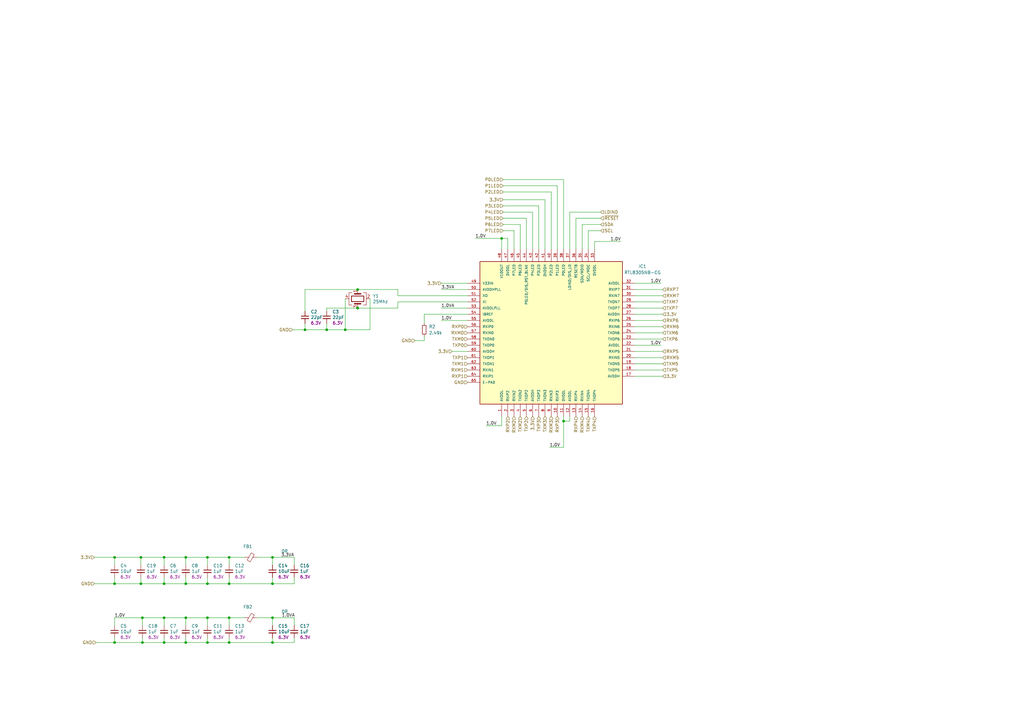
<source format=kicad_sch>
(kicad_sch (version 20230121) (generator eeschema)

  (uuid 19b02352-1e3b-4733-8afe-321d5e4b46f4)

  (paper "A3")

  (lib_symbols
    (symbol "Device:C_Small" (pin_numbers hide) (pin_names (offset 0.254) hide) (in_bom yes) (on_board yes)
      (property "Reference" "C" (at 0.254 1.778 0)
        (effects (font (size 1.27 1.27)) (justify left))
      )
      (property "Value" "C_Small" (at 0.254 -2.032 0)
        (effects (font (size 1.27 1.27)) (justify left))
      )
      (property "Footprint" "" (at 0 0 0)
        (effects (font (size 1.27 1.27)) hide)
      )
      (property "Datasheet" "~" (at 0 0 0)
        (effects (font (size 1.27 1.27)) hide)
      )
      (property "ki_keywords" "capacitor cap" (at 0 0 0)
        (effects (font (size 1.27 1.27)) hide)
      )
      (property "ki_description" "Unpolarized capacitor, small symbol" (at 0 0 0)
        (effects (font (size 1.27 1.27)) hide)
      )
      (property "ki_fp_filters" "C_*" (at 0 0 0)
        (effects (font (size 1.27 1.27)) hide)
      )
      (symbol "C_Small_0_1"
        (polyline
          (pts
            (xy -1.524 -0.508)
            (xy 1.524 -0.508)
          )
          (stroke (width 0.3302) (type default))
          (fill (type none))
        )
        (polyline
          (pts
            (xy -1.524 0.508)
            (xy 1.524 0.508)
          )
          (stroke (width 0.3048) (type default))
          (fill (type none))
        )
      )
      (symbol "C_Small_1_1"
        (pin passive line (at 0 2.54 270) (length 2.032)
          (name "~" (effects (font (size 1.27 1.27))))
          (number "1" (effects (font (size 1.27 1.27))))
        )
        (pin passive line (at 0 -2.54 90) (length 2.032)
          (name "~" (effects (font (size 1.27 1.27))))
          (number "2" (effects (font (size 1.27 1.27))))
        )
      )
    )
    (symbol "Device:Crystal_GND24" (pin_names (offset 1.016) hide) (in_bom yes) (on_board yes)
      (property "Reference" "Y" (at 3.175 5.08 0)
        (effects (font (size 1.27 1.27)) (justify left))
      )
      (property "Value" "Crystal_GND24" (at 3.175 3.175 0)
        (effects (font (size 1.27 1.27)) (justify left))
      )
      (property "Footprint" "" (at 0 0 0)
        (effects (font (size 1.27 1.27)) hide)
      )
      (property "Datasheet" "~" (at 0 0 0)
        (effects (font (size 1.27 1.27)) hide)
      )
      (property "ki_keywords" "quartz ceramic resonator oscillator" (at 0 0 0)
        (effects (font (size 1.27 1.27)) hide)
      )
      (property "ki_description" "Four pin crystal, GND on pins 2 and 4" (at 0 0 0)
        (effects (font (size 1.27 1.27)) hide)
      )
      (property "ki_fp_filters" "Crystal*" (at 0 0 0)
        (effects (font (size 1.27 1.27)) hide)
      )
      (symbol "Crystal_GND24_0_1"
        (rectangle (start -1.143 2.54) (end 1.143 -2.54)
          (stroke (width 0.3048) (type default))
          (fill (type none))
        )
        (polyline
          (pts
            (xy -2.54 0)
            (xy -2.032 0)
          )
          (stroke (width 0) (type default))
          (fill (type none))
        )
        (polyline
          (pts
            (xy -2.032 -1.27)
            (xy -2.032 1.27)
          )
          (stroke (width 0.508) (type default))
          (fill (type none))
        )
        (polyline
          (pts
            (xy 0 -3.81)
            (xy 0 -3.556)
          )
          (stroke (width 0) (type default))
          (fill (type none))
        )
        (polyline
          (pts
            (xy 0 3.556)
            (xy 0 3.81)
          )
          (stroke (width 0) (type default))
          (fill (type none))
        )
        (polyline
          (pts
            (xy 2.032 -1.27)
            (xy 2.032 1.27)
          )
          (stroke (width 0.508) (type default))
          (fill (type none))
        )
        (polyline
          (pts
            (xy 2.032 0)
            (xy 2.54 0)
          )
          (stroke (width 0) (type default))
          (fill (type none))
        )
        (polyline
          (pts
            (xy -2.54 -2.286)
            (xy -2.54 -3.556)
            (xy 2.54 -3.556)
            (xy 2.54 -2.286)
          )
          (stroke (width 0) (type default))
          (fill (type none))
        )
        (polyline
          (pts
            (xy -2.54 2.286)
            (xy -2.54 3.556)
            (xy 2.54 3.556)
            (xy 2.54 2.286)
          )
          (stroke (width 0) (type default))
          (fill (type none))
        )
      )
      (symbol "Crystal_GND24_1_1"
        (pin passive line (at -3.81 0 0) (length 1.27)
          (name "1" (effects (font (size 1.27 1.27))))
          (number "1" (effects (font (size 1.27 1.27))))
        )
        (pin passive line (at 0 5.08 270) (length 1.27)
          (name "2" (effects (font (size 1.27 1.27))))
          (number "2" (effects (font (size 1.27 1.27))))
        )
        (pin passive line (at 3.81 0 180) (length 1.27)
          (name "3" (effects (font (size 1.27 1.27))))
          (number "3" (effects (font (size 1.27 1.27))))
        )
        (pin passive line (at 0 -5.08 90) (length 1.27)
          (name "4" (effects (font (size 1.27 1.27))))
          (number "4" (effects (font (size 1.27 1.27))))
        )
      )
    )
    (symbol "Device:FerriteBead_Small" (pin_numbers hide) (pin_names (offset 0)) (in_bom yes) (on_board yes)
      (property "Reference" "FB" (at 1.905 1.27 0)
        (effects (font (size 1.27 1.27)) (justify left))
      )
      (property "Value" "FerriteBead_Small" (at 1.905 -1.27 0)
        (effects (font (size 1.27 1.27)) (justify left))
      )
      (property "Footprint" "" (at -1.778 0 90)
        (effects (font (size 1.27 1.27)) hide)
      )
      (property "Datasheet" "~" (at 0 0 0)
        (effects (font (size 1.27 1.27)) hide)
      )
      (property "ki_keywords" "L ferrite bead inductor filter" (at 0 0 0)
        (effects (font (size 1.27 1.27)) hide)
      )
      (property "ki_description" "Ferrite bead, small symbol" (at 0 0 0)
        (effects (font (size 1.27 1.27)) hide)
      )
      (property "ki_fp_filters" "Inductor_* L_* *Ferrite*" (at 0 0 0)
        (effects (font (size 1.27 1.27)) hide)
      )
      (symbol "FerriteBead_Small_0_1"
        (polyline
          (pts
            (xy 0 -1.27)
            (xy 0 -0.7874)
          )
          (stroke (width 0) (type default))
          (fill (type none))
        )
        (polyline
          (pts
            (xy 0 0.889)
            (xy 0 1.2954)
          )
          (stroke (width 0) (type default))
          (fill (type none))
        )
        (polyline
          (pts
            (xy -1.8288 0.2794)
            (xy -1.1176 1.4986)
            (xy 1.8288 -0.2032)
            (xy 1.1176 -1.4224)
            (xy -1.8288 0.2794)
          )
          (stroke (width 0) (type default))
          (fill (type none))
        )
      )
      (symbol "FerriteBead_Small_1_1"
        (pin passive line (at 0 2.54 270) (length 1.27)
          (name "~" (effects (font (size 1.27 1.27))))
          (number "1" (effects (font (size 1.27 1.27))))
        )
        (pin passive line (at 0 -2.54 90) (length 1.27)
          (name "~" (effects (font (size 1.27 1.27))))
          (number "2" (effects (font (size 1.27 1.27))))
        )
      )
    )
    (symbol "Device:R_Small" (pin_numbers hide) (pin_names (offset 0.254) hide) (in_bom yes) (on_board yes)
      (property "Reference" "R" (at 0.762 0.508 0)
        (effects (font (size 1.27 1.27)) (justify left))
      )
      (property "Value" "R_Small" (at 0.762 -1.016 0)
        (effects (font (size 1.27 1.27)) (justify left))
      )
      (property "Footprint" "" (at 0 0 0)
        (effects (font (size 1.27 1.27)) hide)
      )
      (property "Datasheet" "~" (at 0 0 0)
        (effects (font (size 1.27 1.27)) hide)
      )
      (property "ki_keywords" "R resistor" (at 0 0 0)
        (effects (font (size 1.27 1.27)) hide)
      )
      (property "ki_description" "Resistor, small symbol" (at 0 0 0)
        (effects (font (size 1.27 1.27)) hide)
      )
      (property "ki_fp_filters" "R_*" (at 0 0 0)
        (effects (font (size 1.27 1.27)) hide)
      )
      (symbol "R_Small_0_1"
        (rectangle (start -0.762 1.778) (end 0.762 -1.778)
          (stroke (width 0.2032) (type default))
          (fill (type none))
        )
      )
      (symbol "R_Small_1_1"
        (pin passive line (at 0 2.54 270) (length 0.762)
          (name "~" (effects (font (size 1.27 1.27))))
          (number "1" (effects (font (size 1.27 1.27))))
        )
        (pin passive line (at 0 -2.54 90) (length 0.762)
          (name "~" (effects (font (size 1.27 1.27))))
          (number "2" (effects (font (size 1.27 1.27))))
        )
      )
    )
    (symbol "b119:RTL8309NB-CG" (pin_names (offset 1.016)) (in_bom yes) (on_board yes)
      (property "Reference" "IC" (at 46.99 20.32 0)
        (effects (font (size 1.27 1.27)) (justify left))
      )
      (property "Value" "RTL8309NB-CG" (at 46.99 17.78 0)
        (effects (font (size 1.27 1.27)) (justify left))
      )
      (property "Footprint" "Package_DFN_QFN:QFN-64-1EP_9x9mm_P0.5mm_EP6x6mm" (at -17.78 6.35 0)
        (effects (font (size 1.27 1.27)) hide)
      )
      (property "Datasheet" "" (at -17.78 6.35 0)
        (effects (font (size 1.27 1.27)) hide)
      )
      (symbol "RTL8309NB-CG_0_0"
        (rectangle (start -12.7 15.24) (end 45.72 -43.18)
          (stroke (width 0.254) (type default))
          (fill (type background))
        )
        (pin power_in line (at -17.78 6.35 0) (length 5.08)
          (name "AVDDL" (effects (font (size 1.016 1.016))))
          (number "1" (effects (font (size 1.016 1.016))))
        )
        (pin input line (at -17.78 -16.51 0) (length 5.08)
          (name "RXIP3" (effects (font (size 1.016 1.016))))
          (number "10" (effects (font (size 1.016 1.016))))
        )
        (pin power_in line (at -17.78 -19.05 0) (length 5.08)
          (name "DVDDL" (effects (font (size 1.016 1.016))))
          (number "11" (effects (font (size 1.016 1.016))))
        )
        (pin power_in line (at -17.78 -21.59 0) (length 5.08)
          (name "AVDDL" (effects (font (size 1.016 1.016))))
          (number "12" (effects (font (size 1.016 1.016))))
        )
        (pin input line (at -17.78 -24.13 0) (length 5.08)
          (name "RXIP4" (effects (font (size 1.016 1.016))))
          (number "13" (effects (font (size 1.016 1.016))))
        )
        (pin input line (at -17.78 -26.67 0) (length 5.08)
          (name "RXIN4" (effects (font (size 1.016 1.016))))
          (number "14" (effects (font (size 1.016 1.016))))
        )
        (pin output line (at -17.78 -29.21 0) (length 5.08)
          (name "TXON4" (effects (font (size 1.016 1.016))))
          (number "15" (effects (font (size 1.016 1.016))))
        )
        (pin output line (at -17.78 -31.75 0) (length 5.08)
          (name "TXOP4" (effects (font (size 1.016 1.016))))
          (number "16" (effects (font (size 1.016 1.016))))
        )
        (pin power_in line (at -1.27 -48.26 90) (length 5.08)
          (name "AVDDH" (effects (font (size 1.016 1.016))))
          (number "17" (effects (font (size 1.016 1.016))))
        )
        (pin output line (at 1.27 -48.26 90) (length 5.08)
          (name "TXOP5" (effects (font (size 1.016 1.016))))
          (number "18" (effects (font (size 1.016 1.016))))
        )
        (pin output line (at 3.81 -48.26 90) (length 5.08)
          (name "TXON5" (effects (font (size 1.016 1.016))))
          (number "19" (effects (font (size 1.016 1.016))))
        )
        (pin input line (at -17.78 3.81 0) (length 5.08)
          (name "RXIP2" (effects (font (size 1.016 1.016))))
          (number "2" (effects (font (size 1.016 1.016))))
        )
        (pin input line (at 6.35 -48.26 90) (length 5.08)
          (name "RXIN5" (effects (font (size 1.016 1.016))))
          (number "20" (effects (font (size 1.016 1.016))))
        )
        (pin input line (at 8.89 -48.26 90) (length 5.08)
          (name "RXIP5" (effects (font (size 1.016 1.016))))
          (number "21" (effects (font (size 1.016 1.016))))
        )
        (pin power_in line (at 11.43 -48.26 90) (length 5.08)
          (name "AVDDL" (effects (font (size 1.016 1.016))))
          (number "22" (effects (font (size 1.016 1.016))))
        )
        (pin output line (at 13.97 -48.26 90) (length 5.08)
          (name "TXOP6" (effects (font (size 1.016 1.016))))
          (number "23" (effects (font (size 1.016 1.016))))
        )
        (pin output line (at 16.51 -48.26 90) (length 5.08)
          (name "TXON6" (effects (font (size 1.016 1.016))))
          (number "24" (effects (font (size 1.016 1.016))))
        )
        (pin input line (at 19.05 -48.26 90) (length 5.08)
          (name "RXIN6" (effects (font (size 1.016 1.016))))
          (number "25" (effects (font (size 1.016 1.016))))
        )
        (pin input line (at 21.59 -48.26 90) (length 5.08)
          (name "RXIP6" (effects (font (size 1.016 1.016))))
          (number "26" (effects (font (size 1.016 1.016))))
        )
        (pin power_in line (at 24.13 -48.26 90) (length 5.08)
          (name "AVDDH" (effects (font (size 1.016 1.016))))
          (number "27" (effects (font (size 1.016 1.016))))
        )
        (pin output line (at 26.67 -48.26 90) (length 5.08)
          (name "TXOP7" (effects (font (size 1.016 1.016))))
          (number "28" (effects (font (size 1.016 1.016))))
        )
        (pin output line (at 29.21 -48.26 90) (length 5.08)
          (name "TXON7" (effects (font (size 1.016 1.016))))
          (number "29" (effects (font (size 1.016 1.016))))
        )
        (pin input line (at -17.78 1.27 0) (length 5.08)
          (name "RXIN2" (effects (font (size 1.016 1.016))))
          (number "3" (effects (font (size 1.016 1.016))))
        )
        (pin input line (at 31.75 -48.26 90) (length 5.08)
          (name "RXIN7" (effects (font (size 1.016 1.016))))
          (number "30" (effects (font (size 1.016 1.016))))
        )
        (pin input line (at 34.29 -48.26 90) (length 5.08)
          (name "RXIP7" (effects (font (size 1.016 1.016))))
          (number "31" (effects (font (size 1.016 1.016))))
        )
        (pin power_in line (at 36.83 -48.26 90) (length 5.08)
          (name "AVDDL" (effects (font (size 1.016 1.016))))
          (number "32" (effects (font (size 1.016 1.016))))
        )
        (pin power_in line (at 50.8 -31.75 180) (length 5.08)
          (name "DVDDL" (effects (font (size 1.016 1.016))))
          (number "33" (effects (font (size 1.016 1.016))))
        )
        (pin bidirectional line (at 50.8 -29.21 180) (length 5.08)
          (name "SCL/MDC" (effects (font (size 1.016 1.016))))
          (number "34" (effects (font (size 1.016 1.016))))
        )
        (pin bidirectional line (at 50.8 -26.67 180) (length 5.08)
          (name "SDA/MDIO" (effects (font (size 1.016 1.016))))
          (number "35" (effects (font (size 1.016 1.016))))
        )
        (pin input line (at 50.8 -24.13 180) (length 5.08)
          (name "RESETB" (effects (font (size 1.016 1.016))))
          (number "36" (effects (font (size 1.016 1.016))))
        )
        (pin bidirectional line (at 50.8 -21.59 180) (length 5.08)
          (name "LDIND/DIS_LD" (effects (font (size 1.016 1.016))))
          (number "37" (effects (font (size 1.016 1.016))))
        )
        (pin bidirectional line (at 50.8 -19.05 180) (length 5.08)
          (name "P0LED" (effects (font (size 1.016 1.016))))
          (number "38" (effects (font (size 1.016 1.016))))
        )
        (pin bidirectional line (at 50.8 -16.51 180) (length 5.08)
          (name "P1LED" (effects (font (size 1.016 1.016))))
          (number "39" (effects (font (size 1.016 1.016))))
        )
        (pin output line (at -17.78 -1.27 0) (length 5.08)
          (name "TXON2" (effects (font (size 1.016 1.016))))
          (number "4" (effects (font (size 1.016 1.016))))
        )
        (pin bidirectional line (at 50.8 -13.97 180) (length 5.08)
          (name "P2LED" (effects (font (size 1.016 1.016))))
          (number "40" (effects (font (size 1.016 1.016))))
        )
        (pin power_in line (at 50.8 -11.43 180) (length 5.08)
          (name "DVDDH" (effects (font (size 1.016 1.016))))
          (number "41" (effects (font (size 1.016 1.016))))
        )
        (pin bidirectional line (at 50.8 -8.89 180) (length 5.08)
          (name "P3LED" (effects (font (size 1.016 1.016))))
          (number "42" (effects (font (size 1.016 1.016))))
        )
        (pin bidirectional line (at 50.8 -6.35 180) (length 5.08)
          (name "P4LED" (effects (font (size 1.016 1.016))))
          (number "43" (effects (font (size 1.016 1.016))))
        )
        (pin bidirectional line (at 50.8 -3.81 180) (length 5.08)
          (name "P5LED/DIS_RST_BLNK" (effects (font (size 1.016 1.016))))
          (number "44" (effects (font (size 1.016 1.016))))
        )
        (pin bidirectional line (at 50.8 -1.27 180) (length 5.08)
          (name "P6LED" (effects (font (size 1.016 1.016))))
          (number "45" (effects (font (size 1.016 1.016))))
        )
        (pin bidirectional line (at 50.8 1.27 180) (length 5.08)
          (name "P7LED" (effects (font (size 1.016 1.016))))
          (number "46" (effects (font (size 1.016 1.016))))
        )
        (pin power_in line (at 50.8 3.81 180) (length 5.08)
          (name "DVDDL" (effects (font (size 1.016 1.016))))
          (number "47" (effects (font (size 1.016 1.016))))
        )
        (pin power_in line (at 50.8 6.35 180) (length 5.08)
          (name "V10OUT" (effects (font (size 1.016 1.016))))
          (number "48" (effects (font (size 1.016 1.016))))
        )
        (pin power_in line (at 36.83 20.32 270) (length 5.08)
          (name "V33IN" (effects (font (size 1.016 1.016))))
          (number "49" (effects (font (size 1.016 1.016))))
        )
        (pin output line (at -17.78 -3.81 0) (length 5.08)
          (name "TXOP2" (effects (font (size 1.016 1.016))))
          (number "5" (effects (font (size 1.016 1.016))))
        )
        (pin power_in line (at 34.29 20.32 270) (length 5.08)
          (name "AVDDHPLL" (effects (font (size 1.016 1.016))))
          (number "50" (effects (font (size 1.016 1.016))))
        )
        (pin output line (at 31.75 20.32 270) (length 5.08)
          (name "XO" (effects (font (size 1.016 1.016))))
          (number "51" (effects (font (size 1.016 1.016))))
        )
        (pin input line (at 29.21 20.32 270) (length 5.08)
          (name "XI" (effects (font (size 1.016 1.016))))
          (number "52" (effects (font (size 1.016 1.016))))
        )
        (pin power_in line (at 26.67 20.32 270) (length 5.08)
          (name "AVDDLPLL" (effects (font (size 1.016 1.016))))
          (number "53" (effects (font (size 1.016 1.016))))
        )
        (pin output line (at 24.13 20.32 270) (length 5.08)
          (name "IBREF" (effects (font (size 1.016 1.016))))
          (number "54" (effects (font (size 1.016 1.016))))
        )
        (pin power_in line (at 21.59 20.32 270) (length 5.08)
          (name "AVDDL" (effects (font (size 1.016 1.016))))
          (number "55" (effects (font (size 1.016 1.016))))
        )
        (pin power_in line (at 19.05 20.32 270) (length 5.08)
          (name "RXIP0" (effects (font (size 1.016 1.016))))
          (number "56" (effects (font (size 1.016 1.016))))
        )
        (pin power_in line (at 16.51 20.32 270) (length 5.08)
          (name "RXIN0" (effects (font (size 1.016 1.016))))
          (number "57" (effects (font (size 1.016 1.016))))
        )
        (pin power_in line (at 13.97 20.32 270) (length 5.08)
          (name "TXON0" (effects (font (size 1.016 1.016))))
          (number "58" (effects (font (size 1.016 1.016))))
        )
        (pin power_in line (at 11.43 20.32 270) (length 5.08)
          (name "TXOP0" (effects (font (size 1.016 1.016))))
          (number "59" (effects (font (size 1.016 1.016))))
        )
        (pin power_in line (at -17.78 -6.35 0) (length 5.08)
          (name "AVDDH" (effects (font (size 1.016 1.016))))
          (number "6" (effects (font (size 1.016 1.016))))
        )
        (pin power_in line (at 8.89 20.32 270) (length 5.08)
          (name "AVDDH" (effects (font (size 1.016 1.016))))
          (number "60" (effects (font (size 1.016 1.016))))
        )
        (pin power_in line (at 6.35 20.32 270) (length 5.08)
          (name "TXOP1" (effects (font (size 1.016 1.016))))
          (number "61" (effects (font (size 1.016 1.016))))
        )
        (pin power_in line (at 3.81 20.32 270) (length 5.08)
          (name "TXON1" (effects (font (size 1.016 1.016))))
          (number "62" (effects (font (size 1.016 1.016))))
        )
        (pin power_in line (at 1.27 20.32 270) (length 5.08)
          (name "RXIN1" (effects (font (size 1.016 1.016))))
          (number "63" (effects (font (size 1.016 1.016))))
        )
        (pin power_in line (at -1.27 20.32 270) (length 5.08)
          (name "RXIP1" (effects (font (size 1.016 1.016))))
          (number "64" (effects (font (size 1.016 1.016))))
        )
        (pin power_in line (at -3.81 20.32 270) (length 5.08)
          (name "E-PAD" (effects (font (size 1.016 1.016))))
          (number "65" (effects (font (size 1.016 1.016))))
        )
        (pin output line (at -17.78 -8.89 0) (length 5.08)
          (name "TXOP3" (effects (font (size 1.016 1.016))))
          (number "7" (effects (font (size 1.016 1.016))))
        )
        (pin output line (at -17.78 -11.43 0) (length 5.08)
          (name "TXON3" (effects (font (size 1.016 1.016))))
          (number "8" (effects (font (size 1.016 1.016))))
        )
        (pin input line (at -17.78 -13.97 0) (length 5.08)
          (name "RXIN3" (effects (font (size 1.016 1.016))))
          (number "9" (effects (font (size 1.016 1.016))))
        )
      )
    )
  )

  (junction (at 46.99 239.395) (diameter 0) (color 0 0 0 0)
    (uuid 00e2164f-434f-423b-a360-712650585407)
  )
  (junction (at 141.605 135.255) (diameter 0) (color 0 0 0 0)
    (uuid 089f1a1a-7aa7-4c4d-9995-0168bde0ac5c)
  )
  (junction (at 111.76 263.525) (diameter 0) (color 0 0 0 0)
    (uuid 08f12e06-da8e-440b-8459-beab80e1a623)
  )
  (junction (at 205.74 97.79) (diameter 0) (color 0 0 0 0)
    (uuid 09617eda-8b2a-4693-a820-7609cb333e87)
  )
  (junction (at 231.14 172.72) (diameter 0) (color 0 0 0 0)
    (uuid 0d65d23f-022f-42cb-9cc5-380b73d5d0f7)
  )
  (junction (at 76.2 228.6) (diameter 0) (color 0 0 0 0)
    (uuid 1835d57a-4d46-4f27-903f-4be4f0b2d128)
  )
  (junction (at 85.09 239.395) (diameter 0) (color 0 0 0 0)
    (uuid 18ae321d-a240-4303-8c28-0c0e5e755560)
  )
  (junction (at 76.2 239.395) (diameter 0) (color 0 0 0 0)
    (uuid 1fd50b55-e322-44f8-8d58-f9a20898c0e7)
  )
  (junction (at 67.31 239.395) (diameter 0) (color 0 0 0 0)
    (uuid 2c5b90b0-5d17-4b3c-9790-bf7d07936e81)
  )
  (junction (at 111.76 239.395) (diameter 0) (color 0 0 0 0)
    (uuid 2cc80365-dcce-4f88-8594-430c878902e5)
  )
  (junction (at 93.98 228.6) (diameter 0) (color 0 0 0 0)
    (uuid 2e94a43c-6853-43be-86d7-bba59f927412)
  )
  (junction (at 85.09 228.6) (diameter 0) (color 0 0 0 0)
    (uuid 36987ef6-3eb2-48e2-ba73-5e073bae60c6)
  )
  (junction (at 67.31 263.525) (diameter 0) (color 0 0 0 0)
    (uuid 42aaaa2e-e991-4921-b589-aa9a8ba41641)
  )
  (junction (at 85.09 253.365) (diameter 0) (color 0 0 0 0)
    (uuid 588e5f0b-9d7a-427f-bf81-e7ebce8ba8a2)
  )
  (junction (at 125.095 135.255) (diameter 0) (color 0 0 0 0)
    (uuid 65d261a2-6a6b-4754-925a-e2d5e1f928e7)
  )
  (junction (at 67.31 228.6) (diameter 0) (color 0 0 0 0)
    (uuid 6d53e4be-1b63-4b01-b968-60e3f4050364)
  )
  (junction (at 111.76 228.6) (diameter 0) (color 0 0 0 0)
    (uuid 6e25593d-2ed8-4f50-ac0e-977e7211abf7)
  )
  (junction (at 93.98 263.525) (diameter 0) (color 0 0 0 0)
    (uuid 6ffe3e56-6cd7-4914-bca8-f4fe539bd072)
  )
  (junction (at 67.31 253.365) (diameter 0) (color 0 0 0 0)
    (uuid 7e60ffff-746c-40b9-93f7-b97952428767)
  )
  (junction (at 93.98 253.365) (diameter 0) (color 0 0 0 0)
    (uuid 83b4b36d-60fb-48b6-a109-b05360402605)
  )
  (junction (at 57.785 228.6) (diameter 0) (color 0 0 0 0)
    (uuid 9fc0a337-363d-41e4-a5e7-80f70a058acc)
  )
  (junction (at 58.42 253.365) (diameter 0) (color 0 0 0 0)
    (uuid a7595376-b354-4fc5-91ea-377475fc89eb)
  )
  (junction (at 93.98 239.395) (diameter 0) (color 0 0 0 0)
    (uuid a9796425-d0d2-4d5e-8006-0efc46ba311f)
  )
  (junction (at 133.985 135.255) (diameter 0) (color 0 0 0 0)
    (uuid b2689855-c5e3-48d2-b5df-6dc758df6d83)
  )
  (junction (at 146.685 126.365) (diameter 0) (color 0 0 0 0)
    (uuid b3d47e9c-9f3c-4133-aa8b-76115a0841fe)
  )
  (junction (at 57.785 239.395) (diameter 0) (color 0 0 0 0)
    (uuid c3f1c377-5091-4393-a7cf-d9a4894ad341)
  )
  (junction (at 85.09 263.525) (diameter 0) (color 0 0 0 0)
    (uuid d21dd869-f272-457f-8f7e-35a58df4ccb0)
  )
  (junction (at 111.76 253.365) (diameter 0) (color 0 0 0 0)
    (uuid d5e941d7-db50-46cb-b0f6-65e62a3fff96)
  )
  (junction (at 146.685 118.745) (diameter 0) (color 0 0 0 0)
    (uuid d8a5deb3-93e8-466d-8c4a-159ec365020b)
  )
  (junction (at 76.2 253.365) (diameter 0) (color 0 0 0 0)
    (uuid e3523d77-4e94-4a18-a722-fc01ad42e5e1)
  )
  (junction (at 58.42 263.525) (diameter 0) (color 0 0 0 0)
    (uuid e56e7e0f-3b69-4131-9c20-a83ef567ec72)
  )
  (junction (at 76.2 263.525) (diameter 0) (color 0 0 0 0)
    (uuid e707dbe3-5aa6-4077-b6ec-87c7cc266366)
  )
  (junction (at 46.99 263.525) (diameter 0) (color 0 0 0 0)
    (uuid e980a636-f898-444e-afdc-d99a59bad4a6)
  )
  (junction (at 46.99 228.6) (diameter 0) (color 0 0 0 0)
    (uuid fabc6943-3781-4e75-af52-dc110f152c3e)
  )

  (wire (pts (xy 120.65 236.855) (xy 120.65 239.395))
    (stroke (width 0) (type default))
    (uuid 02947f61-617b-4921-ba12-b310e1c5faa4)
  )
  (wire (pts (xy 133.985 126.365) (xy 146.685 126.365))
    (stroke (width 0) (type default))
    (uuid 045629e9-01c7-4452-a28d-060e2d215757)
  )
  (wire (pts (xy 206.375 78.74) (xy 226.06 78.74))
    (stroke (width 0) (type default))
    (uuid 04629d33-c477-457a-836a-fe5bdd6e11fd)
  )
  (wire (pts (xy 151.765 122.555) (xy 151.765 135.255))
    (stroke (width 0) (type default))
    (uuid 04c5e922-aad9-46f1-bd5e-1610871dabda)
  )
  (wire (pts (xy 260.35 126.365) (xy 271.78 126.365))
    (stroke (width 0) (type default))
    (uuid 086624e1-39e6-410f-8a92-b441bf7cedc2)
  )
  (wire (pts (xy 57.785 231.775) (xy 57.785 228.6))
    (stroke (width 0) (type default))
    (uuid 09c5c086-b166-4943-b2b6-b45e96b5453c)
  )
  (wire (pts (xy 254.635 99.06) (xy 243.84 99.06))
    (stroke (width 0) (type default))
    (uuid 0b66f5c2-10ee-4e14-bbd6-0743f9ec8e0b)
  )
  (wire (pts (xy 163.195 118.745) (xy 163.195 121.285))
    (stroke (width 0) (type default))
    (uuid 0d7a37f8-bc12-4db4-b226-8e6b0c2c2d91)
  )
  (wire (pts (xy 260.35 131.445) (xy 271.78 131.445))
    (stroke (width 0) (type default))
    (uuid 0ed2c828-43e1-4cb0-8219-e21d590d626a)
  )
  (wire (pts (xy 67.31 261.62) (xy 67.31 263.525))
    (stroke (width 0) (type default))
    (uuid 0f288505-f372-4401-b741-4206eebbb08f)
  )
  (wire (pts (xy 205.74 97.79) (xy 208.28 97.79))
    (stroke (width 0) (type default))
    (uuid 12297026-e0f8-47b3-90cc-6fe7b83614a8)
  )
  (wire (pts (xy 133.985 127.635) (xy 133.985 126.365))
    (stroke (width 0) (type default))
    (uuid 127bfc90-10ec-4344-8548-247d9f30b4f9)
  )
  (wire (pts (xy 85.09 231.775) (xy 85.09 228.6))
    (stroke (width 0) (type default))
    (uuid 1361ec71-4a36-401a-8740-07396ece9bb9)
  )
  (wire (pts (xy 180.975 126.365) (xy 191.77 126.365))
    (stroke (width 0) (type default))
    (uuid 15404fc5-f67c-4eb2-ba6b-14ef4e1df4b9)
  )
  (wire (pts (xy 76.2 261.62) (xy 76.2 263.525))
    (stroke (width 0) (type default))
    (uuid 1aec7ed3-78da-426a-8c67-1065fcbde8cc)
  )
  (wire (pts (xy 58.42 263.525) (xy 67.31 263.525))
    (stroke (width 0) (type default))
    (uuid 1b586206-6fff-450e-8d94-4807ba23b370)
  )
  (wire (pts (xy 206.375 94.615) (xy 210.82 94.615))
    (stroke (width 0) (type default))
    (uuid 1b762b1c-d6a2-409b-9a12-c7459bf2567c)
  )
  (wire (pts (xy 225.425 183.515) (xy 231.14 183.515))
    (stroke (width 0) (type default))
    (uuid 1d4fc839-b595-4361-ba53-138e94c8039e)
  )
  (wire (pts (xy 120.015 135.255) (xy 125.095 135.255))
    (stroke (width 0) (type default))
    (uuid 1f48915a-3e85-490b-905c-e5cb091ab41d)
  )
  (wire (pts (xy 111.76 236.855) (xy 111.76 239.395))
    (stroke (width 0) (type default))
    (uuid 201bdf1c-b717-40e0-b830-d7c2e80e3b4c)
  )
  (wire (pts (xy 260.35 139.065) (xy 271.78 139.065))
    (stroke (width 0) (type default))
    (uuid 2115100a-7c91-45c0-9379-0d847954f4a2)
  )
  (wire (pts (xy 260.35 151.765) (xy 271.78 151.765))
    (stroke (width 0) (type default))
    (uuid 21c6e133-6d73-46d6-bf13-705a8c6b3a5f)
  )
  (wire (pts (xy 93.98 228.6) (xy 100.33 228.6))
    (stroke (width 0) (type default))
    (uuid 2492a1d0-3b0f-492b-82b3-20100d9a91d0)
  )
  (wire (pts (xy 260.35 118.745) (xy 271.78 118.745))
    (stroke (width 0) (type default))
    (uuid 249fdd8b-ebbe-4a61-adc0-8478e275e00a)
  )
  (wire (pts (xy 120.65 228.6) (xy 120.65 231.775))
    (stroke (width 0) (type default))
    (uuid 25bf845b-6608-4056-8fe0-d902d25ab9b3)
  )
  (wire (pts (xy 46.99 263.525) (xy 58.42 263.525))
    (stroke (width 0) (type default))
    (uuid 2a457451-fd09-4011-afc0-dd2ffec68804)
  )
  (wire (pts (xy 206.375 81.915) (xy 223.52 81.915))
    (stroke (width 0) (type default))
    (uuid 2aa017e8-0d44-4733-b047-a5e241929f6a)
  )
  (wire (pts (xy 243.84 99.06) (xy 243.84 102.235))
    (stroke (width 0) (type default))
    (uuid 2f4d9f73-f20d-4ff3-87ac-d58201ce9322)
  )
  (wire (pts (xy 67.31 263.525) (xy 76.2 263.525))
    (stroke (width 0) (type default))
    (uuid 304c20e4-cee8-4ca5-8929-3264b7a7c694)
  )
  (wire (pts (xy 46.99 239.395) (xy 57.785 239.395))
    (stroke (width 0) (type default))
    (uuid 30682ad9-cce2-41b8-91bf-b4d4e08058b4)
  )
  (wire (pts (xy 58.42 256.54) (xy 58.42 253.365))
    (stroke (width 0) (type default))
    (uuid 30907c4e-04d5-4e89-af5d-abb2f3bbd1ce)
  )
  (wire (pts (xy 246.38 86.995) (xy 233.68 86.995))
    (stroke (width 0) (type default))
    (uuid 31175c31-b0d8-4d7c-ab41-eda6fdfa2dee)
  )
  (wire (pts (xy 46.99 236.855) (xy 46.99 239.395))
    (stroke (width 0) (type default))
    (uuid 31d78e86-c6e6-4278-8be7-d7b48b215f28)
  )
  (wire (pts (xy 85.09 256.54) (xy 85.09 253.365))
    (stroke (width 0) (type default))
    (uuid 32989be8-a432-4abb-9afb-d038b518b73d)
  )
  (wire (pts (xy 76.2 256.54) (xy 76.2 253.365))
    (stroke (width 0) (type default))
    (uuid 330dd0a5-e44f-4ad1-9796-9e0d5672835f)
  )
  (wire (pts (xy 271.145 141.605) (xy 260.35 141.605))
    (stroke (width 0) (type default))
    (uuid 331d8843-eb42-4504-8c6b-c81a1257f1a5)
  )
  (wire (pts (xy 39.37 263.525) (xy 46.99 263.525))
    (stroke (width 0) (type default))
    (uuid 345fca3c-115c-45b9-b2c5-eea48d2eb4f5)
  )
  (wire (pts (xy 206.375 84.455) (xy 220.98 84.455))
    (stroke (width 0) (type default))
    (uuid 35f241b8-e612-47ad-a02d-113bf6c0023a)
  )
  (wire (pts (xy 76.2 231.775) (xy 76.2 228.6))
    (stroke (width 0) (type default))
    (uuid 3643a422-0ea3-4598-aac0-3f3e20bac870)
  )
  (wire (pts (xy 105.41 228.6) (xy 111.76 228.6))
    (stroke (width 0) (type default))
    (uuid 371e34ce-6cb9-407c-b141-e8bfe5d3bb11)
  )
  (wire (pts (xy 208.28 97.79) (xy 208.28 102.235))
    (stroke (width 0) (type default))
    (uuid 38dbc0ca-86e1-4901-8bc8-969e55cffc88)
  )
  (wire (pts (xy 76.2 263.525) (xy 85.09 263.525))
    (stroke (width 0) (type default))
    (uuid 39306e84-2615-49da-ac8a-17416aea01d4)
  )
  (wire (pts (xy 85.09 239.395) (xy 93.98 239.395))
    (stroke (width 0) (type default))
    (uuid 3947b935-348b-4259-ab49-60de2a83a31d)
  )
  (wire (pts (xy 231.14 183.515) (xy 231.14 172.72))
    (stroke (width 0) (type default))
    (uuid 3c853335-1383-41ba-b22c-f6985433aba3)
  )
  (wire (pts (xy 206.375 89.535) (xy 215.9 89.535))
    (stroke (width 0) (type default))
    (uuid 3ddae69d-fe91-4ab2-a06d-8362d253bd27)
  )
  (wire (pts (xy 93.98 239.395) (xy 111.76 239.395))
    (stroke (width 0) (type default))
    (uuid 3de8cb8b-3aef-457a-b2ce-582e40d15283)
  )
  (wire (pts (xy 260.35 146.685) (xy 271.78 146.685))
    (stroke (width 0) (type default))
    (uuid 3e4f0d89-2c30-4872-8c28-995fae56f0a3)
  )
  (wire (pts (xy 67.31 256.54) (xy 67.31 253.365))
    (stroke (width 0) (type default))
    (uuid 40090c83-fd73-4734-8238-14c7978ccf5a)
  )
  (wire (pts (xy 111.76 253.365) (xy 111.76 256.54))
    (stroke (width 0) (type default))
    (uuid 41f48c8f-6a81-4050-9335-616560d37e1a)
  )
  (wire (pts (xy 163.195 126.365) (xy 163.195 123.825))
    (stroke (width 0) (type default))
    (uuid 421dabc0-2815-4ea4-a53a-f1ebf5966576)
  )
  (wire (pts (xy 67.31 253.365) (xy 76.2 253.365))
    (stroke (width 0) (type default))
    (uuid 4244a7c8-6c16-4ec3-acd5-ef86c457f553)
  )
  (wire (pts (xy 67.31 236.855) (xy 67.31 239.395))
    (stroke (width 0) (type default))
    (uuid 47c384f6-3fe5-4d1d-8374-3fa2f19b5b2f)
  )
  (wire (pts (xy 241.3 94.615) (xy 246.38 94.615))
    (stroke (width 0) (type default))
    (uuid 47eb4d76-e0d4-473a-8a26-5a7a7b7c6095)
  )
  (wire (pts (xy 271.145 116.205) (xy 260.35 116.205))
    (stroke (width 0) (type default))
    (uuid 4abcbe46-f833-46ef-922e-bd7c452611cb)
  )
  (wire (pts (xy 85.09 261.62) (xy 85.09 263.525))
    (stroke (width 0) (type default))
    (uuid 4c0c53c7-6d79-4d02-bec0-9597d9316112)
  )
  (wire (pts (xy 226.06 78.74) (xy 226.06 102.235))
    (stroke (width 0) (type default))
    (uuid 4d507438-f91d-4427-ac85-e771ba97c3d0)
  )
  (wire (pts (xy 111.76 228.6) (xy 120.65 228.6))
    (stroke (width 0) (type default))
    (uuid 4f4e387a-106a-42df-9199-54e6538c386a)
  )
  (wire (pts (xy 180.975 118.745) (xy 191.77 118.745))
    (stroke (width 0) (type default))
    (uuid 529b26b1-4dc0-46e2-83e7-fe1e68c4c4ca)
  )
  (wire (pts (xy 236.22 89.535) (xy 236.22 102.235))
    (stroke (width 0) (type default))
    (uuid 53e52e7c-0df3-4912-9b60-5bc4914b9bab)
  )
  (wire (pts (xy 46.99 256.54) (xy 46.99 253.365))
    (stroke (width 0) (type default))
    (uuid 55386917-9e2c-452b-8060-109b3f695186)
  )
  (wire (pts (xy 238.76 92.075) (xy 238.76 102.235))
    (stroke (width 0) (type default))
    (uuid 570910e3-d488-4eee-9859-cb54efa12c82)
  )
  (wire (pts (xy 58.42 253.365) (xy 67.31 253.365))
    (stroke (width 0) (type default))
    (uuid 609ed825-c5a6-4718-90c0-50dff84c38f1)
  )
  (wire (pts (xy 133.985 135.255) (xy 141.605 135.255))
    (stroke (width 0) (type default))
    (uuid 618be784-cd47-4824-8b6f-c22fe4ba4838)
  )
  (wire (pts (xy 173.99 132.715) (xy 173.99 128.905))
    (stroke (width 0) (type default))
    (uuid 64fde688-ef1a-4c9d-8ce3-5a863823bc16)
  )
  (wire (pts (xy 125.095 135.255) (xy 133.985 135.255))
    (stroke (width 0) (type default))
    (uuid 663094b9-39b3-41b2-af1b-e7204772d10f)
  )
  (wire (pts (xy 67.31 228.6) (xy 76.2 228.6))
    (stroke (width 0) (type default))
    (uuid 66311c8c-4bde-4639-8094-2db05f6a047b)
  )
  (wire (pts (xy 205.74 97.79) (xy 205.74 102.235))
    (stroke (width 0) (type default))
    (uuid 6a4a6ddc-09d6-4fde-8835-bf0c5960423f)
  )
  (wire (pts (xy 146.685 118.745) (xy 163.195 118.745))
    (stroke (width 0) (type default))
    (uuid 6b3aa70f-df91-4f82-90b7-6379aa3ac20b)
  )
  (wire (pts (xy 260.35 133.985) (xy 271.78 133.985))
    (stroke (width 0) (type default))
    (uuid 6f469d2e-4be1-40ae-a54a-32693c6a5aa7)
  )
  (wire (pts (xy 260.35 149.225) (xy 271.78 149.225))
    (stroke (width 0) (type default))
    (uuid 7110e111-eb61-4709-b5a9-9689ed3766ba)
  )
  (wire (pts (xy 120.65 261.62) (xy 120.65 263.525))
    (stroke (width 0) (type default))
    (uuid 7150b038-f599-43b7-8ad0-bda8eea8fa43)
  )
  (wire (pts (xy 57.785 239.395) (xy 67.31 239.395))
    (stroke (width 0) (type default))
    (uuid 7163088d-1815-46ed-9437-3efe7b3c148f)
  )
  (wire (pts (xy 180.975 131.445) (xy 191.77 131.445))
    (stroke (width 0) (type default))
    (uuid 7417a84d-e9c8-444a-87c4-dfd7943058a7)
  )
  (wire (pts (xy 120.65 253.365) (xy 120.65 256.54))
    (stroke (width 0) (type default))
    (uuid 74be1d27-7cc6-4941-80d1-8e9f44c35d26)
  )
  (wire (pts (xy 38.735 228.6) (xy 46.99 228.6))
    (stroke (width 0) (type default))
    (uuid 74ec5f5a-b5ac-42d2-943b-0ce48ce603ce)
  )
  (wire (pts (xy 111.76 261.62) (xy 111.76 263.525))
    (stroke (width 0) (type default))
    (uuid 74f5fec5-95d6-48a4-b6c1-262fb352776a)
  )
  (wire (pts (xy 163.195 121.285) (xy 191.77 121.285))
    (stroke (width 0) (type default))
    (uuid 75ffd237-edf9-46aa-9b78-3159cd4f748f)
  )
  (wire (pts (xy 260.35 123.825) (xy 271.78 123.825))
    (stroke (width 0) (type default))
    (uuid 7699265a-8a10-485a-b89d-71c817808329)
  )
  (wire (pts (xy 220.98 84.455) (xy 220.98 102.235))
    (stroke (width 0) (type default))
    (uuid 76cb8536-6a23-4d14-945f-c65bc75d7d49)
  )
  (wire (pts (xy 163.195 126.365) (xy 146.685 126.365))
    (stroke (width 0) (type default))
    (uuid 7a144b56-d956-44fd-9e52-b243e703a703)
  )
  (wire (pts (xy 173.99 128.905) (xy 191.77 128.905))
    (stroke (width 0) (type default))
    (uuid 7b401d66-c2a2-4e15-b69d-feed51da388b)
  )
  (wire (pts (xy 67.31 239.395) (xy 76.2 239.395))
    (stroke (width 0) (type default))
    (uuid 7bcdafa5-1a36-4b65-a3ae-5a7f6cb33a91)
  )
  (wire (pts (xy 111.76 253.365) (xy 120.65 253.365))
    (stroke (width 0) (type default))
    (uuid 7c1073de-4ffb-42e2-ad87-cc81fff4b1e0)
  )
  (wire (pts (xy 93.98 263.525) (xy 111.76 263.525))
    (stroke (width 0) (type default))
    (uuid 7ec3985b-5373-40bc-9fa7-cfb4652c53a4)
  )
  (wire (pts (xy 170.18 139.7) (xy 173.99 139.7))
    (stroke (width 0) (type default))
    (uuid 7ed5bc2c-3102-4301-8687-45b50f510c02)
  )
  (wire (pts (xy 231.14 172.72) (xy 233.68 172.72))
    (stroke (width 0) (type default))
    (uuid 82c00a3f-453f-4509-8206-02e54030fc4a)
  )
  (wire (pts (xy 38.735 239.395) (xy 46.99 239.395))
    (stroke (width 0) (type default))
    (uuid 83593162-d18b-46bf-b325-f0bcd9a699d8)
  )
  (wire (pts (xy 180.975 116.205) (xy 191.77 116.205))
    (stroke (width 0) (type default))
    (uuid 8d9e587f-36d4-4675-9028-65607156079c)
  )
  (wire (pts (xy 93.98 231.775) (xy 93.98 228.6))
    (stroke (width 0) (type default))
    (uuid 914f57bb-d89e-4e7a-9f46-f7b7667d4b31)
  )
  (wire (pts (xy 46.99 228.6) (xy 57.785 228.6))
    (stroke (width 0) (type default))
    (uuid 91f0813b-0b59-4c7b-8aae-a39e3b537c27)
  )
  (wire (pts (xy 206.375 73.66) (xy 231.14 73.66))
    (stroke (width 0) (type default))
    (uuid 92293235-f681-4e63-9656-d272548b397d)
  )
  (wire (pts (xy 58.42 261.62) (xy 58.42 263.525))
    (stroke (width 0) (type default))
    (uuid 956d8026-9c2a-4ebe-a9e6-ec8719df80f0)
  )
  (wire (pts (xy 260.35 144.145) (xy 271.78 144.145))
    (stroke (width 0) (type default))
    (uuid 98a662d5-61bd-491e-ac9a-f7552e8b312c)
  )
  (wire (pts (xy 218.44 86.995) (xy 218.44 102.235))
    (stroke (width 0) (type default))
    (uuid 9acf89f6-a6e4-47b6-9de2-f2c45540f6dd)
  )
  (wire (pts (xy 85.09 236.855) (xy 85.09 239.395))
    (stroke (width 0) (type default))
    (uuid 9c61e932-4ef6-4dab-b304-cfbf19dcb88a)
  )
  (wire (pts (xy 206.375 76.2) (xy 228.6 76.2))
    (stroke (width 0) (type default))
    (uuid 9d493d99-d4a7-44b6-a888-e3e3edf595a3)
  )
  (wire (pts (xy 46.99 231.775) (xy 46.99 228.6))
    (stroke (width 0) (type default))
    (uuid 9e6c58a5-df00-4618-b2a0-bf9c666cf9f3)
  )
  (wire (pts (xy 111.76 239.395) (xy 120.65 239.395))
    (stroke (width 0) (type default))
    (uuid a0250120-ee3c-4a18-b42b-932eed6020cf)
  )
  (wire (pts (xy 173.99 137.795) (xy 173.99 139.7))
    (stroke (width 0) (type default))
    (uuid a5beedc1-1092-4b5f-9f57-342bc14967e7)
  )
  (wire (pts (xy 241.3 102.235) (xy 241.3 94.615))
    (stroke (width 0) (type default))
    (uuid a6a81f21-4765-4ac6-9b13-d45796f10ba1)
  )
  (wire (pts (xy 141.605 135.255) (xy 151.765 135.255))
    (stroke (width 0) (type default))
    (uuid a6ee57d7-c0da-4293-9d8d-3173fa2f3487)
  )
  (wire (pts (xy 85.09 263.525) (xy 93.98 263.525))
    (stroke (width 0) (type default))
    (uuid aa136415-9f25-4b95-bcc3-b1002f42021a)
  )
  (wire (pts (xy 199.39 174.625) (xy 205.74 174.625))
    (stroke (width 0) (type default))
    (uuid ad5b8dac-e549-4875-943f-9612ca8a6dab)
  )
  (wire (pts (xy 231.14 172.72) (xy 231.14 170.815))
    (stroke (width 0) (type default))
    (uuid aec5705d-db61-4452-bedf-07f1a2c8903e)
  )
  (wire (pts (xy 93.98 256.54) (xy 93.98 253.365))
    (stroke (width 0) (type default))
    (uuid af1ba165-47fd-4633-86e4-90206ec9379e)
  )
  (wire (pts (xy 76.2 228.6) (xy 85.09 228.6))
    (stroke (width 0) (type default))
    (uuid af8aec81-1b17-4d7b-84e9-fb8f70ab8fd4)
  )
  (wire (pts (xy 85.09 228.6) (xy 93.98 228.6))
    (stroke (width 0) (type default))
    (uuid b126e5fc-7624-4139-8ccb-75561d340c26)
  )
  (wire (pts (xy 223.52 81.915) (xy 223.52 102.235))
    (stroke (width 0) (type default))
    (uuid b2cc1a95-6301-4ac8-bdaa-4522baa5869a)
  )
  (wire (pts (xy 185.42 144.145) (xy 191.77 144.145))
    (stroke (width 0) (type default))
    (uuid b396ed6b-f687-408e-953c-8b6833d4465a)
  )
  (wire (pts (xy 57.785 236.855) (xy 57.785 239.395))
    (stroke (width 0) (type default))
    (uuid ba167db8-54b2-42a3-bc04-e57401b2c5a1)
  )
  (wire (pts (xy 233.68 172.72) (xy 233.68 170.815))
    (stroke (width 0) (type default))
    (uuid bae1310c-04d1-4169-83d6-590b5b3a6b9a)
  )
  (wire (pts (xy 215.9 89.535) (xy 215.9 102.235))
    (stroke (width 0) (type default))
    (uuid bf9a2751-2b5a-4a95-b90c-8151c0ced267)
  )
  (wire (pts (xy 67.31 231.775) (xy 67.31 228.6))
    (stroke (width 0) (type default))
    (uuid bfaa8b4d-d6e3-4341-a160-3a8cfbfa33d3)
  )
  (wire (pts (xy 206.375 86.995) (xy 218.44 86.995))
    (stroke (width 0) (type default))
    (uuid c083f8ab-bf6f-49ec-8ec6-581db669eedb)
  )
  (wire (pts (xy 260.35 121.285) (xy 271.78 121.285))
    (stroke (width 0) (type default))
    (uuid c10c6112-e4fd-45f1-b600-e9f477bb8333)
  )
  (wire (pts (xy 231.14 73.66) (xy 231.14 102.235))
    (stroke (width 0) (type default))
    (uuid c223ba82-2e38-4781-9f0b-9731cdd82b8f)
  )
  (wire (pts (xy 194.945 97.79) (xy 205.74 97.79))
    (stroke (width 0) (type default))
    (uuid c27b374b-de15-4d74-b55a-0f7de59d6917)
  )
  (wire (pts (xy 111.76 228.6) (xy 111.76 231.775))
    (stroke (width 0) (type default))
    (uuid c9a8b081-51a6-4f65-903c-b19a48ae4431)
  )
  (wire (pts (xy 141.605 122.555) (xy 141.605 135.255))
    (stroke (width 0) (type default))
    (uuid cc52e139-3421-474f-8af2-cf9ece330da5)
  )
  (wire (pts (xy 205.74 174.625) (xy 205.74 170.815))
    (stroke (width 0) (type default))
    (uuid ccaf7837-f7a8-4888-9c29-ba89db142ef2)
  )
  (wire (pts (xy 246.38 89.535) (xy 236.22 89.535))
    (stroke (width 0) (type default))
    (uuid ce266534-8f9e-4f91-be4b-4ec4daf74577)
  )
  (wire (pts (xy 93.98 236.855) (xy 93.98 239.395))
    (stroke (width 0) (type default))
    (uuid d02f200a-2572-4a3e-b5b7-427c88503070)
  )
  (wire (pts (xy 46.99 253.365) (xy 58.42 253.365))
    (stroke (width 0) (type default))
    (uuid d23a6b5d-9d67-41e7-94fe-7828bd9a0641)
  )
  (wire (pts (xy 76.2 239.395) (xy 85.09 239.395))
    (stroke (width 0) (type default))
    (uuid d506b437-578f-4c6e-bd46-f08c2fe5b504)
  )
  (wire (pts (xy 125.095 132.715) (xy 125.095 135.255))
    (stroke (width 0) (type default))
    (uuid d5e81631-340c-4449-a277-32654e5a2c4e)
  )
  (wire (pts (xy 163.195 123.825) (xy 191.77 123.825))
    (stroke (width 0) (type default))
    (uuid d9393a0c-e649-4634-b882-8cb39618a3ad)
  )
  (wire (pts (xy 93.98 261.62) (xy 93.98 263.525))
    (stroke (width 0) (type default))
    (uuid da8cba4f-4b7d-4fb2-bdb8-3def5fb580f5)
  )
  (wire (pts (xy 210.82 94.615) (xy 210.82 102.235))
    (stroke (width 0) (type default))
    (uuid dfc6f586-511b-40cc-9a47-37179d928744)
  )
  (wire (pts (xy 93.98 253.365) (xy 100.33 253.365))
    (stroke (width 0) (type default))
    (uuid dfead80b-275b-4f90-a197-81425b8cdce3)
  )
  (wire (pts (xy 133.985 132.715) (xy 133.985 135.255))
    (stroke (width 0) (type default))
    (uuid e02987a6-8b62-4a28-b9d0-fb6292da901e)
  )
  (wire (pts (xy 213.36 92.075) (xy 213.36 102.235))
    (stroke (width 0) (type default))
    (uuid e0f795b3-76ed-4b7c-bf6c-0c923baba441)
  )
  (wire (pts (xy 57.785 228.6) (xy 67.31 228.6))
    (stroke (width 0) (type default))
    (uuid e195f138-4e1f-4ccc-a4c0-5a2e62f1f35e)
  )
  (wire (pts (xy 125.095 118.745) (xy 146.685 118.745))
    (stroke (width 0) (type default))
    (uuid e28a20fa-2031-44b1-99d8-562f0e2caa21)
  )
  (wire (pts (xy 260.35 154.305) (xy 271.78 154.305))
    (stroke (width 0) (type default))
    (uuid e40de2ed-4c8b-4a5d-8579-b6c895760e3d)
  )
  (wire (pts (xy 76.2 236.855) (xy 76.2 239.395))
    (stroke (width 0) (type default))
    (uuid e4182cf9-4404-426e-b438-62545748088d)
  )
  (wire (pts (xy 233.68 86.995) (xy 233.68 102.235))
    (stroke (width 0) (type default))
    (uuid e6ec8250-7b8e-4a09-bdad-a49ff5b5b651)
  )
  (wire (pts (xy 228.6 76.2) (xy 228.6 102.235))
    (stroke (width 0) (type default))
    (uuid e8a06b9d-f237-4fc5-b9b5-425c70437031)
  )
  (wire (pts (xy 260.35 128.905) (xy 271.78 128.905))
    (stroke (width 0) (type default))
    (uuid e8b7867c-7fc1-408f-b52c-bfd2ff2e128c)
  )
  (wire (pts (xy 85.09 253.365) (xy 93.98 253.365))
    (stroke (width 0) (type default))
    (uuid ea5dd17d-871f-42e8-a798-ac786d132c4d)
  )
  (wire (pts (xy 105.41 253.365) (xy 111.76 253.365))
    (stroke (width 0) (type default))
    (uuid ec80ac16-fe71-41df-b2ab-e9fbcd139281)
  )
  (wire (pts (xy 206.375 92.075) (xy 213.36 92.075))
    (stroke (width 0) (type default))
    (uuid f26a997c-0304-425a-9996-76846a593ccd)
  )
  (wire (pts (xy 260.35 136.525) (xy 271.78 136.525))
    (stroke (width 0) (type default))
    (uuid f3a3397e-9350-4c5d-b69d-7ba50d17fa22)
  )
  (wire (pts (xy 125.095 127.635) (xy 125.095 118.745))
    (stroke (width 0) (type default))
    (uuid f5a89303-246a-44db-8771-eb3a3ad7b6b8)
  )
  (wire (pts (xy 246.38 92.075) (xy 238.76 92.075))
    (stroke (width 0) (type default))
    (uuid f5f2d826-f414-4b80-a9db-4b21c3a46f4c)
  )
  (wire (pts (xy 46.99 261.62) (xy 46.99 263.525))
    (stroke (width 0) (type default))
    (uuid f7ccfb12-fcb3-4cd9-8b63-32421a6aba05)
  )
  (wire (pts (xy 111.76 263.525) (xy 120.65 263.525))
    (stroke (width 0) (type default))
    (uuid f9a8aa61-5f09-4c70-ba82-a53ae9ec4131)
  )
  (wire (pts (xy 76.2 253.365) (xy 85.09 253.365))
    (stroke (width 0) (type default))
    (uuid fa4cb7a7-229d-42fe-8c40-9106a43ce220)
  )

  (label "3.3VA" (at 180.975 118.745 0) (fields_autoplaced)
    (effects (font (size 1.27 1.27)) (justify left bottom))
    (uuid 2d607c4a-347b-4d00-a3a7-e74626f1ce9c)
  )
  (label "1.0V" (at 254.635 99.06 180) (fields_autoplaced)
    (effects (font (size 1.27 1.27)) (justify right bottom))
    (uuid 4280271c-690e-4d0e-bd3d-3d2e0daeb973)
  )
  (label "1.0V" (at 46.99 253.365 0) (fields_autoplaced)
    (effects (font (size 1.27 1.27)) (justify left bottom))
    (uuid 50740901-2522-49c8-b05a-26f3cd85ecdd)
  )
  (label "3.3VA" (at 120.65 228.6 180) (fields_autoplaced)
    (effects (font (size 1.27 1.27)) (justify right bottom))
    (uuid 8fdec45e-f4ac-48bd-873b-1ebfb4942881)
  )
  (label "1.0V" (at 271.145 141.605 180) (fields_autoplaced)
    (effects (font (size 1.27 1.27)) (justify right bottom))
    (uuid 98a88c69-ffd6-4c71-89d8-059617ec975b)
  )
  (label "1.0VA" (at 180.975 126.365 0) (fields_autoplaced)
    (effects (font (size 1.27 1.27)) (justify left bottom))
    (uuid a5cfd385-9ed9-469a-bbd5-a58279941d9f)
  )
  (label "1.0V" (at 180.975 131.445 0) (fields_autoplaced)
    (effects (font (size 1.27 1.27)) (justify left bottom))
    (uuid b31012ac-8705-42b6-8280-a030ff374067)
  )
  (label "1.0VA" (at 115.57 253.365 0) (fields_autoplaced)
    (effects (font (size 1.27 1.27)) (justify left bottom))
    (uuid c7a783fa-6b89-4828-9dbe-60f5f4e932fe)
  )
  (label "1.0V" (at 199.39 174.625 0) (fields_autoplaced)
    (effects (font (size 1.27 1.27)) (justify left bottom))
    (uuid d2cd8e8a-780d-46de-96ed-134e4da96a97)
  )
  (label "1.0V" (at 225.425 183.515 0) (fields_autoplaced)
    (effects (font (size 1.27 1.27)) (justify left bottom))
    (uuid e71f290f-2699-4f5e-a406-645c68ebab8c)
  )
  (label "1.0V" (at 194.945 97.79 0) (fields_autoplaced)
    (effects (font (size 1.27 1.27)) (justify left bottom))
    (uuid f42733f4-4701-4df8-9069-a338b5986e49)
  )
  (label "1.0V" (at 271.145 116.205 180) (fields_autoplaced)
    (effects (font (size 1.27 1.27)) (justify right bottom))
    (uuid fe5930de-32ba-4b6c-8af7-2aecafa94674)
  )

  (hierarchical_label "RXP4" (shape input) (at 236.22 170.815 270) (fields_autoplaced)
    (effects (font (size 1.27 1.27)) (justify right))
    (uuid 00367abf-1717-4663-85cd-55296df6e341)
  )
  (hierarchical_label "3.3V" (shape input) (at 206.375 81.915 180) (fields_autoplaced)
    (effects (font (size 1.27 1.27)) (justify right))
    (uuid 019a499f-5199-470e-b379-92b1546d6423)
  )
  (hierarchical_label "TXP0" (shape input) (at 191.77 141.605 180) (fields_autoplaced)
    (effects (font (size 1.27 1.27)) (justify right))
    (uuid 063479f6-19cb-4484-b46f-e15257aa515c)
  )
  (hierarchical_label "3.3V" (shape input) (at 271.78 154.305 0) (fields_autoplaced)
    (effects (font (size 1.27 1.27)) (justify left))
    (uuid 08939257-befe-493c-9acc-288780414cc6)
  )
  (hierarchical_label "3.3V" (shape input) (at 180.975 116.205 180) (fields_autoplaced)
    (effects (font (size 1.27 1.27)) (justify right))
    (uuid 09708f43-19f0-493a-961e-ae6d67cbd161)
  )
  (hierarchical_label "TXP5" (shape input) (at 271.78 151.765 0) (fields_autoplaced)
    (effects (font (size 1.27 1.27)) (justify left))
    (uuid 0c111a8c-78d6-4094-b8a2-662d18f22b10)
  )
  (hierarchical_label "TXP4" (shape input) (at 243.84 170.815 270) (fields_autoplaced)
    (effects (font (size 1.27 1.27)) (justify right))
    (uuid 0cf84950-a3f8-45eb-b116-ceed268857ac)
  )
  (hierarchical_label "TXM5" (shape input) (at 271.78 149.225 0) (fields_autoplaced)
    (effects (font (size 1.27 1.27)) (justify left))
    (uuid 10ec5ade-f7c5-48f0-a2f0-68f1feba140a)
  )
  (hierarchical_label "P1LED" (shape input) (at 206.375 76.2 180) (fields_autoplaced)
    (effects (font (size 1.27 1.27)) (justify right))
    (uuid 150849e8-efdf-4cee-a7a4-2ed4300743a2)
  )
  (hierarchical_label "RXP0" (shape input) (at 191.77 133.985 180) (fields_autoplaced)
    (effects (font (size 1.27 1.27)) (justify right))
    (uuid 1d3a1431-e014-4dec-a98c-7de455b152a1)
  )
  (hierarchical_label "RXP7" (shape input) (at 271.78 118.745 0) (fields_autoplaced)
    (effects (font (size 1.27 1.27)) (justify left))
    (uuid 29f7584d-8691-48aa-9485-8851d6a118d4)
  )
  (hierarchical_label "RXM4" (shape input) (at 238.76 170.815 270) (fields_autoplaced)
    (effects (font (size 1.27 1.27)) (justify right))
    (uuid 2bf69214-5271-432d-9f77-a3f34adc5e77)
  )
  (hierarchical_label "P4LED" (shape input) (at 206.375 86.995 180) (fields_autoplaced)
    (effects (font (size 1.27 1.27)) (justify right))
    (uuid 2ce8a29f-f908-4b19-9655-7ddf4f3ee2d1)
  )
  (hierarchical_label "TXM6" (shape input) (at 271.78 136.525 0) (fields_autoplaced)
    (effects (font (size 1.27 1.27)) (justify left))
    (uuid 2f9e0a9a-fb89-4d79-bd18-548be4c2144f)
  )
  (hierarchical_label "RXP1" (shape input) (at 191.77 154.305 180) (fields_autoplaced)
    (effects (font (size 1.27 1.27)) (justify right))
    (uuid 2fd33212-75aa-4081-a2a2-858d406c2aed)
  )
  (hierarchical_label "RXM5" (shape input) (at 271.78 146.685 0) (fields_autoplaced)
    (effects (font (size 1.27 1.27)) (justify left))
    (uuid 35b3a0e4-2d93-4407-8612-a77981a54377)
  )
  (hierarchical_label "3.3V" (shape input) (at 218.44 170.815 270) (fields_autoplaced)
    (effects (font (size 1.27 1.27)) (justify right))
    (uuid 41c09cb3-76cc-4cb1-9577-5a375ef2c01f)
  )
  (hierarchical_label "RXM0" (shape input) (at 191.77 136.525 180) (fields_autoplaced)
    (effects (font (size 1.27 1.27)) (justify right))
    (uuid 4576419b-123e-4935-93f5-84d244a10344)
  )
  (hierarchical_label "TXP1" (shape input) (at 191.77 146.685 180) (fields_autoplaced)
    (effects (font (size 1.27 1.27)) (justify right))
    (uuid 4d9ccd7f-4e10-4caa-9266-41eb3d18556b)
  )
  (hierarchical_label "3.3V" (shape input) (at 185.42 144.145 180) (fields_autoplaced)
    (effects (font (size 1.27 1.27)) (justify right))
    (uuid 50108ca8-7686-4e45-b5a9-49df13046e5a)
  )
  (hierarchical_label "RXM7" (shape input) (at 271.78 121.285 0) (fields_autoplaced)
    (effects (font (size 1.27 1.27)) (justify left))
    (uuid 54f8b079-3e69-4428-868a-fa1a6fee4d28)
  )
  (hierarchical_label "RXM1" (shape input) (at 191.77 151.765 180) (fields_autoplaced)
    (effects (font (size 1.27 1.27)) (justify right))
    (uuid 5ca5471d-09a3-4e26-b758-20f75488683d)
  )
  (hierarchical_label "TXM3" (shape input) (at 223.52 170.815 270) (fields_autoplaced)
    (effects (font (size 1.27 1.27)) (justify right))
    (uuid 6219fd2b-57b7-404c-a35f-71ecf26aa998)
  )
  (hierarchical_label "3.3V" (shape input) (at 271.78 128.905 0) (fields_autoplaced)
    (effects (font (size 1.27 1.27)) (justify left))
    (uuid 6706504b-d079-481f-8a37-c06f47c47d9b)
  )
  (hierarchical_label "P3LED" (shape input) (at 206.375 84.455 180) (fields_autoplaced)
    (effects (font (size 1.27 1.27)) (justify right))
    (uuid 6b97ccd8-0b31-49c3-b204-c08831a60cfd)
  )
  (hierarchical_label "TXP2" (shape input) (at 215.9 170.815 270) (fields_autoplaced)
    (effects (font (size 1.27 1.27)) (justify right))
    (uuid 6c4c5a26-eed6-4020-84e2-7eea2700fb16)
  )
  (hierarchical_label "P2LED" (shape input) (at 206.375 78.74 180) (fields_autoplaced)
    (effects (font (size 1.27 1.27)) (justify right))
    (uuid 6dbacd28-8416-401a-9d5f-745a254db6dd)
  )
  (hierarchical_label "SCL" (shape input) (at 246.38 94.615 0) (fields_autoplaced)
    (effects (font (size 1.27 1.27)) (justify left))
    (uuid 7250fb69-edc6-4c9c-af83-f184767f7c14)
  )
  (hierarchical_label "~{RESET}" (shape input) (at 246.38 89.535 0) (fields_autoplaced)
    (effects (font (size 1.27 1.27)) (justify left))
    (uuid 729ed9aa-798d-4dcf-a081-ce426c979bb2)
  )
  (hierarchical_label "GND" (shape input) (at 38.735 239.395 180) (fields_autoplaced)
    (effects (font (size 1.27 1.27)) (justify right))
    (uuid 78129175-4ce9-47bc-b9f9-8837ab149ac8)
  )
  (hierarchical_label "P0LED" (shape input) (at 206.375 73.66 180) (fields_autoplaced)
    (effects (font (size 1.27 1.27)) (justify right))
    (uuid 7b8a2c43-2c0d-4c25-b387-835209d9408b)
  )
  (hierarchical_label "GND" (shape input) (at 120.015 135.255 180) (fields_autoplaced)
    (effects (font (size 1.27 1.27)) (justify right))
    (uuid 7ef9a56f-f254-4332-8dd1-2aab2645687c)
  )
  (hierarchical_label "P7LED" (shape input) (at 206.375 94.615 180) (fields_autoplaced)
    (effects (font (size 1.27 1.27)) (justify right))
    (uuid 7f03424e-390a-43d4-bf3f-bafb59c9166a)
  )
  (hierarchical_label "TXM0" (shape input) (at 191.77 139.065 180) (fields_autoplaced)
    (effects (font (size 1.27 1.27)) (justify right))
    (uuid 8b8ea672-a46c-449d-8b32-fe2146dbc0ef)
  )
  (hierarchical_label "TXM7" (shape input) (at 271.78 123.825 0) (fields_autoplaced)
    (effects (font (size 1.27 1.27)) (justify left))
    (uuid 912f514f-11cc-4b77-b744-49eea06c99ef)
  )
  (hierarchical_label "TXP7" (shape input) (at 271.78 126.365 0) (fields_autoplaced)
    (effects (font (size 1.27 1.27)) (justify left))
    (uuid 9348b4cd-c920-4b21-b1e1-31d25003b377)
  )
  (hierarchical_label "GND" (shape input) (at 170.18 139.7 180) (fields_autoplaced)
    (effects (font (size 1.27 1.27)) (justify right))
    (uuid a1a1d718-eb41-4ae6-ae3c-76a15e7be662)
  )
  (hierarchical_label "TXM2" (shape input) (at 213.36 170.815 270) (fields_autoplaced)
    (effects (font (size 1.27 1.27)) (justify right))
    (uuid a462937f-e18f-4720-9107-646f52be2642)
  )
  (hierarchical_label "TXM1" (shape input) (at 191.77 149.225 180) (fields_autoplaced)
    (effects (font (size 1.27 1.27)) (justify right))
    (uuid a7179eb3-ad39-402d-9404-92057206c845)
  )
  (hierarchical_label "RXM6" (shape input) (at 271.78 133.985 0) (fields_autoplaced)
    (effects (font (size 1.27 1.27)) (justify left))
    (uuid afbb933d-a992-46c3-bd5a-76597607a1e5)
  )
  (hierarchical_label "RXP5" (shape input) (at 271.78 144.145 0) (fields_autoplaced)
    (effects (font (size 1.27 1.27)) (justify left))
    (uuid b4ce6612-f953-49af-af41-93d745c6bc62)
  )
  (hierarchical_label "RXM3" (shape input) (at 226.06 170.815 270) (fields_autoplaced)
    (effects (font (size 1.27 1.27)) (justify right))
    (uuid bee0c4ad-26e3-4aef-afbc-76f5265224e9)
  )
  (hierarchical_label "P5LED" (shape input) (at 206.375 89.535 180) (fields_autoplaced)
    (effects (font (size 1.27 1.27)) (justify right))
    (uuid c0572b7c-48a0-4f45-8765-5dd1e0411cc2)
  )
  (hierarchical_label "3.3V" (shape input) (at 38.735 228.6 180) (fields_autoplaced)
    (effects (font (size 1.27 1.27)) (justify right))
    (uuid c2e4f046-83d7-4bdb-abb4-ab5ec1bacdf2)
  )
  (hierarchical_label "SDA" (shape input) (at 246.38 92.075 0) (fields_autoplaced)
    (effects (font (size 1.27 1.27)) (justify left))
    (uuid c4ac7c5f-bb47-4f61-88ac-6040b18d0e59)
  )
  (hierarchical_label "GND" (shape input) (at 39.37 263.525 180) (fields_autoplaced)
    (effects (font (size 1.27 1.27)) (justify right))
    (uuid de7f17b8-721d-4bc3-a14f-bf44b6de393f)
  )
  (hierarchical_label "RXP2" (shape input) (at 208.28 170.815 270) (fields_autoplaced)
    (effects (font (size 1.27 1.27)) (justify right))
    (uuid e4a0f4e7-3e4e-4fe4-9661-c8c56e2e5f58)
  )
  (hierarchical_label "RXP3" (shape input) (at 228.6 170.815 270) (fields_autoplaced)
    (effects (font (size 1.27 1.27)) (justify right))
    (uuid e5808f09-0de7-4728-9de3-219323846f4c)
  )
  (hierarchical_label "LDIND" (shape input) (at 246.38 86.995 0) (fields_autoplaced)
    (effects (font (size 1.27 1.27)) (justify left))
    (uuid e6a0f03a-cf63-42f6-b21e-5ac65b38018e)
  )
  (hierarchical_label "TXM4" (shape input) (at 241.3 170.815 270) (fields_autoplaced)
    (effects (font (size 1.27 1.27)) (justify right))
    (uuid eba354cd-47e2-4d28-af66-7dc6b3114398)
  )
  (hierarchical_label "RXM2" (shape input) (at 210.82 170.815 270) (fields_autoplaced)
    (effects (font (size 1.27 1.27)) (justify right))
    (uuid f1e487f4-0c31-4f00-963e-b75cc9f7a7ef)
  )
  (hierarchical_label "TXP3" (shape input) (at 220.98 170.815 270) (fields_autoplaced)
    (effects (font (size 1.27 1.27)) (justify right))
    (uuid f49fce4c-f50e-432e-b87b-1765a8b283aa)
  )
  (hierarchical_label "GND" (shape input) (at 191.77 156.845 180) (fields_autoplaced)
    (effects (font (size 1.27 1.27)) (justify right))
    (uuid f4efb589-a0eb-4ecc-8063-51c864b3fcbd)
  )
  (hierarchical_label "TXP6" (shape input) (at 271.78 139.065 0) (fields_autoplaced)
    (effects (font (size 1.27 1.27)) (justify left))
    (uuid f6aaf75e-333f-49a3-8f92-bce737474a7c)
  )
  (hierarchical_label "RXP6" (shape input) (at 271.78 131.445 0) (fields_autoplaced)
    (effects (font (size 1.27 1.27)) (justify left))
    (uuid f8ab099a-361f-48f3-8518-30b566159661)
  )
  (hierarchical_label "P6LED" (shape input) (at 206.375 92.075 180) (fields_autoplaced)
    (effects (font (size 1.27 1.27)) (justify right))
    (uuid fa05a125-1076-4584-a8fb-2b7ef19c384b)
  )

  (symbol (lib_id "Device:C_Small") (at 76.2 234.315 0) (unit 1)
    (in_bom yes) (on_board yes) (dnp no)
    (uuid 1432c7a5-ed4a-4ce0-bfd5-05c5346460b4)
    (property "Reference" "C8" (at 78.5368 232.0036 0)
      (effects (font (size 1.27 1.27)) (justify left))
    )
    (property "Value" "1uF" (at 78.5368 234.315 0)
      (effects (font (size 1.27 1.27)) (justify left))
    )
    (property "Footprint" "Capacitor_SMD:C_0402_1005Metric" (at 76.2 234.315 0)
      (effects (font (size 1.27 1.27)) hide)
    )
    (property "Datasheet" "~" (at 76.2 234.315 0)
      (effects (font (size 1.27 1.27)) hide)
    )
    (property "Voltage" "6.3V" (at 78.5368 236.6264 0)
      (effects (font (size 1.27 1.27)) (justify left))
    )
    (property "Digi-Key_PN" "1276-1448-1-ND" (at 76.2 234.315 0)
      (effects (font (size 1.27 1.27)) hide)
    )
    (property "MPN" "CL05A105MP5NNNC" (at 76.2 234.315 0)
      (effects (font (size 1.27 1.27)) hide)
    )
    (property "lcsc" "C52923" (at 76.2 234.315 0)
      (effects (font (size 1.27 1.27)) hide)
    )
    (pin "1" (uuid 99f9fbe7-4fc4-4adc-a67d-070f1c8136a9))
    (pin "2" (uuid e900e310-aed8-4085-8765-78655a7621f8))
    (instances
      (project "board"
        (path "/57732dd3-1162-4c3f-88bd-31bf473d124d/ffaddbf5-5a31-4bd1-9ffd-12169690bbdd"
          (reference "C8") (unit 1)
        )
      )
    )
  )

  (symbol (lib_id "Device:C_Small") (at 120.65 259.08 0) (unit 1)
    (in_bom yes) (on_board yes) (dnp no)
    (uuid 17c6e797-ea82-4427-9014-21f3ac713d10)
    (property "Reference" "C17" (at 122.9868 256.7686 0)
      (effects (font (size 1.27 1.27)) (justify left))
    )
    (property "Value" "1uF" (at 122.9868 259.08 0)
      (effects (font (size 1.27 1.27)) (justify left))
    )
    (property "Footprint" "Capacitor_SMD:C_0402_1005Metric" (at 120.65 259.08 0)
      (effects (font (size 1.27 1.27)) hide)
    )
    (property "Datasheet" "~" (at 120.65 259.08 0)
      (effects (font (size 1.27 1.27)) hide)
    )
    (property "Voltage" "6.3V" (at 122.9868 261.3914 0)
      (effects (font (size 1.27 1.27)) (justify left))
    )
    (property "Digi-Key_PN" "1276-1448-1-ND" (at 120.65 259.08 0)
      (effects (font (size 1.27 1.27)) hide)
    )
    (property "MPN" "CL05A105MP5NNNC" (at 120.65 259.08 0)
      (effects (font (size 1.27 1.27)) hide)
    )
    (property "lcsc" "C52923" (at 120.65 259.08 0)
      (effects (font (size 1.27 1.27)) hide)
    )
    (pin "1" (uuid dc1885ea-2eca-4ea0-adff-2f88e4dfa2a4))
    (pin "2" (uuid 5a62f1ba-4840-47b9-997b-3951ee83eff0))
    (instances
      (project "board"
        (path "/57732dd3-1162-4c3f-88bd-31bf473d124d/ffaddbf5-5a31-4bd1-9ffd-12169690bbdd"
          (reference "C17") (unit 1)
        )
      )
    )
  )

  (symbol (lib_id "Device:C_Small") (at 125.095 130.175 0) (unit 1)
    (in_bom yes) (on_board yes) (dnp no)
    (uuid 1802df1b-8042-4bdf-91e7-5331341a6bc7)
    (property "Reference" "C2" (at 127.4318 127.8636 0)
      (effects (font (size 1.27 1.27)) (justify left))
    )
    (property "Value" "22pF" (at 127.4318 130.175 0)
      (effects (font (size 1.27 1.27)) (justify left))
    )
    (property "Footprint" "Capacitor_SMD:C_0402_1005Metric" (at 125.095 130.175 0)
      (effects (font (size 1.27 1.27)) hide)
    )
    (property "Datasheet" "~" (at 125.095 130.175 0)
      (effects (font (size 1.27 1.27)) hide)
    )
    (property "Voltage" "6.3V" (at 127.4318 132.4864 0)
      (effects (font (size 1.27 1.27)) (justify left))
    )
    (property "Digi-Key_PN" "1276-1665-1-ND" (at 125.095 130.175 0)
      (effects (font (size 1.27 1.27)) hide)
    )
    (property "lcsc" "C1555" (at 125.095 130.175 0)
      (effects (font (size 1.27 1.27)) hide)
    )
    (pin "1" (uuid f2297c20-d0d6-455d-8cfd-1ed8e87599eb))
    (pin "2" (uuid b8112ffd-82d6-43c6-828c-4c0f8f7266e9))
    (instances
      (project "board"
        (path "/57732dd3-1162-4c3f-88bd-31bf473d124d/ffaddbf5-5a31-4bd1-9ffd-12169690bbdd"
          (reference "C2") (unit 1)
        )
      )
    )
  )

  (symbol (lib_id "Device:C_Small") (at 120.65 234.315 0) (unit 1)
    (in_bom yes) (on_board yes) (dnp no)
    (uuid 1ef12b3e-13c7-4a8b-95ec-d4b08a234c77)
    (property "Reference" "C16" (at 122.9868 232.0036 0)
      (effects (font (size 1.27 1.27)) (justify left))
    )
    (property "Value" "1uF" (at 122.9868 234.315 0)
      (effects (font (size 1.27 1.27)) (justify left))
    )
    (property "Footprint" "Capacitor_SMD:C_0402_1005Metric" (at 120.65 234.315 0)
      (effects (font (size 1.27 1.27)) hide)
    )
    (property "Datasheet" "~" (at 120.65 234.315 0)
      (effects (font (size 1.27 1.27)) hide)
    )
    (property "Voltage" "6.3V" (at 122.9868 236.6264 0)
      (effects (font (size 1.27 1.27)) (justify left))
    )
    (property "Digi-Key_PN" "1276-1448-1-ND" (at 120.65 234.315 0)
      (effects (font (size 1.27 1.27)) hide)
    )
    (property "MPN" "CL05A105MP5NNNC" (at 120.65 234.315 0)
      (effects (font (size 1.27 1.27)) hide)
    )
    (property "lcsc" "C52923" (at 120.65 234.315 0)
      (effects (font (size 1.27 1.27)) hide)
    )
    (pin "1" (uuid b7e5b9c9-568d-43f5-9181-08520181cb07))
    (pin "2" (uuid 79671753-bb0a-42bf-979a-5f5174365211))
    (instances
      (project "board"
        (path "/57732dd3-1162-4c3f-88bd-31bf473d124d/ffaddbf5-5a31-4bd1-9ffd-12169690bbdd"
          (reference "C16") (unit 1)
        )
      )
    )
  )

  (symbol (lib_id "Device:R_Small") (at 173.99 135.255 0) (unit 1)
    (in_bom yes) (on_board yes) (dnp no) (fields_autoplaced)
    (uuid 2997e697-06b5-4c04-874e-c3569879619b)
    (property "Reference" "R2" (at 175.895 133.9849 0)
      (effects (font (size 1.27 1.27)) (justify left))
    )
    (property "Value" "2.49k" (at 175.895 136.5249 0)
      (effects (font (size 1.27 1.27)) (justify left))
    )
    (property "Footprint" "Resistor_SMD:R_0402_1005Metric" (at 173.99 135.255 0)
      (effects (font (size 1.27 1.27)) hide)
    )
    (property "Datasheet" "~" (at 173.99 135.255 0)
      (effects (font (size 1.27 1.27)) hide)
    )
    (property "lcsc" "C25884" (at 173.99 135.255 0)
      (effects (font (size 1.27 1.27)) hide)
    )
    (pin "1" (uuid 9a7c2320-9c75-4ca4-a787-4410e8582fe0))
    (pin "2" (uuid 36bb018c-42f8-49af-b958-e0fbda070a28))
    (instances
      (project "board"
        (path "/57732dd3-1162-4c3f-88bd-31bf473d124d/ffaddbf5-5a31-4bd1-9ffd-12169690bbdd"
          (reference "R2") (unit 1)
        )
      )
    )
  )

  (symbol (lib_id "Device:C_Small") (at 111.76 259.08 0) (unit 1)
    (in_bom yes) (on_board yes) (dnp no)
    (uuid 3c8c3996-4932-4f1b-a64e-ce7db406805e)
    (property "Reference" "C15" (at 114.0968 256.7686 0)
      (effects (font (size 1.27 1.27)) (justify left))
    )
    (property "Value" "10uF" (at 114.0968 259.08 0)
      (effects (font (size 1.27 1.27)) (justify left))
    )
    (property "Footprint" "Capacitor_SMD:C_0402_1005Metric" (at 111.76 259.08 0)
      (effects (font (size 1.27 1.27)) hide)
    )
    (property "Datasheet" "~" (at 111.76 259.08 0)
      (effects (font (size 1.27 1.27)) hide)
    )
    (property "Voltage" "6.3V" (at 114.0968 261.3914 0)
      (effects (font (size 1.27 1.27)) (justify left))
    )
    (property "Digi-Key_PN" "1276-1448-1-ND" (at 111.76 259.08 0)
      (effects (font (size 1.27 1.27)) hide)
    )
    (property "MPN" "CL05A105MP5NNNC" (at 111.76 259.08 0)
      (effects (font (size 1.27 1.27)) hide)
    )
    (property "lcsc" "C15525" (at 111.76 259.08 0)
      (effects (font (size 1.27 1.27)) hide)
    )
    (pin "1" (uuid b44ac55c-a038-42b2-bda7-9478fa4a053c))
    (pin "2" (uuid bc342f54-c2cd-4a4a-a080-5556b5b693e6))
    (instances
      (project "board"
        (path "/57732dd3-1162-4c3f-88bd-31bf473d124d/ffaddbf5-5a31-4bd1-9ffd-12169690bbdd"
          (reference "C15") (unit 1)
        )
      )
    )
  )

  (symbol (lib_id "Device:C_Small") (at 85.09 259.08 0) (unit 1)
    (in_bom yes) (on_board yes) (dnp no)
    (uuid 53a3bc48-26b0-489f-a396-9918c4f89790)
    (property "Reference" "C11" (at 87.4268 256.7686 0)
      (effects (font (size 1.27 1.27)) (justify left))
    )
    (property "Value" "1uF" (at 87.4268 259.08 0)
      (effects (font (size 1.27 1.27)) (justify left))
    )
    (property "Footprint" "Capacitor_SMD:C_0402_1005Metric" (at 85.09 259.08 0)
      (effects (font (size 1.27 1.27)) hide)
    )
    (property "Datasheet" "~" (at 85.09 259.08 0)
      (effects (font (size 1.27 1.27)) hide)
    )
    (property "Voltage" "6.3V" (at 87.4268 261.3914 0)
      (effects (font (size 1.27 1.27)) (justify left))
    )
    (property "Digi-Key_PN" "1276-1448-1-ND" (at 85.09 259.08 0)
      (effects (font (size 1.27 1.27)) hide)
    )
    (property "MPN" "CL05A105MP5NNNC" (at 85.09 259.08 0)
      (effects (font (size 1.27 1.27)) hide)
    )
    (property "lcsc" "C52923" (at 85.09 259.08 0)
      (effects (font (size 1.27 1.27)) hide)
    )
    (pin "1" (uuid 23338296-785f-4c3c-99d5-3eab669c90fe))
    (pin "2" (uuid 0899eab0-18cd-4640-beb0-3f24857655c9))
    (instances
      (project "board"
        (path "/57732dd3-1162-4c3f-88bd-31bf473d124d/ffaddbf5-5a31-4bd1-9ffd-12169690bbdd"
          (reference "C11") (unit 1)
        )
      )
    )
  )

  (symbol (lib_id "b119:RTL8309NB-CG") (at 212.09 153.035 90) (unit 1)
    (in_bom yes) (on_board yes) (dnp no) (fields_autoplaced)
    (uuid 5e06c615-ee08-4063-9532-82fa1ea3b9c5)
    (property "Reference" "IC1" (at 263.525 109.2452 90)
      (effects (font (size 1.27 1.27)))
    )
    (property "Value" "RTL8305NB-CG" (at 263.525 111.7852 90)
      (effects (font (size 1.27 1.27)))
    )
    (property "Footprint" "Package_DFN_QFN:QFN-64-1EP_9x9mm_P0.5mm_EP6x6mm" (at 205.74 170.815 0)
      (effects (font (size 1.27 1.27)) hide)
    )
    (property "Datasheet" "" (at 205.74 170.815 0)
      (effects (font (size 1.27 1.27)) hide)
    )
    (property "lcsc" "C52146" (at 212.09 153.035 0)
      (effects (font (size 1.27 1.27)) hide)
    )
    (pin "1" (uuid 1f9caef9-8326-44ea-8ce8-41cccec33102))
    (pin "10" (uuid 4be41c04-d0fc-4473-803e-e4f1841a69ce))
    (pin "11" (uuid 9bc044df-e46a-4bb9-867b-7ddeecd6a9f2))
    (pin "12" (uuid 956f16fc-9383-41c9-8b7f-1e887872598a))
    (pin "13" (uuid 35d0fa28-8b74-42af-ba70-4f28736d186c))
    (pin "14" (uuid 0b09b88b-64f2-49e1-aa84-a21e7d37dbdf))
    (pin "15" (uuid f96cc641-29a0-438b-ae8f-3b1f81eb9042))
    (pin "16" (uuid 81fef781-d9fa-453d-a9d6-92d175837984))
    (pin "17" (uuid db5b4dce-3f79-49cc-acbe-19cca61dca2b))
    (pin "18" (uuid 091de24f-df49-44cc-bc45-1c946d85676a))
    (pin "19" (uuid b1d79280-ec92-4eaa-9a75-55a6b8fa4757))
    (pin "2" (uuid a2c37f83-3fcc-4714-9eb5-b990b6524868))
    (pin "20" (uuid a585566d-5f1c-494f-822a-83d01bff578d))
    (pin "21" (uuid f67917c0-06ba-449c-b835-c8ac115f2713))
    (pin "22" (uuid 7d4fa3a0-8b62-4c9e-a929-9b9065a2571e))
    (pin "23" (uuid f7eacbb9-0ad9-40f7-9027-f47cecb1651b))
    (pin "24" (uuid ef2ebeab-d58e-4c66-a9ea-3d0fc9a27bf0))
    (pin "25" (uuid 832c8f2f-c80d-4e01-bedb-565e2b5e6f71))
    (pin "26" (uuid c98b1a3e-982d-4cf9-9dba-739ea351ab00))
    (pin "27" (uuid a04c3793-51ef-4d51-99ad-43ff889be90d))
    (pin "28" (uuid e33f2045-5ce9-48bd-b062-86c1da24a062))
    (pin "29" (uuid 43ce3aaa-e281-441e-8dac-78047596a300))
    (pin "3" (uuid c6f270b6-7496-43f6-a59e-7aa026ddc02c))
    (pin "30" (uuid ac2f562d-3cb0-4bfc-b561-79dfd7f155c7))
    (pin "31" (uuid 9498f5c4-debb-401d-a8e4-71b6e1ba6c99))
    (pin "32" (uuid be3aaf63-1b33-4bbc-92e6-8bcec848ffa2))
    (pin "33" (uuid 6b560049-c622-47a7-9e22-663732c5943b))
    (pin "34" (uuid 988db9c5-14ac-4575-ac3a-2984ea8d4dd8))
    (pin "35" (uuid 7b89ab05-774a-496c-923a-55d1f45a7e8c))
    (pin "36" (uuid 93cb3199-c54e-4189-a003-d7da2d2ca23e))
    (pin "37" (uuid 6bc4e198-a5bd-4fae-8e06-7eea4a3bec7b))
    (pin "38" (uuid 557f6825-0f47-46e5-a603-66875486e515))
    (pin "39" (uuid 1af970e2-9891-4c3c-84b1-513369a1c41a))
    (pin "4" (uuid b997b09e-4a8f-4354-ae77-f1f8b7e8b5eb))
    (pin "40" (uuid b01891bd-f516-4158-b9be-e34934b8556b))
    (pin "41" (uuid f7ba80d8-f13a-44a8-9aef-d9707517e9e6))
    (pin "42" (uuid 3f495fb0-3817-4898-a64a-e85878cb2cc5))
    (pin "43" (uuid 402a960e-3511-4e7d-a2c1-1bb18742ddcd))
    (pin "44" (uuid 6f08b12b-e8e3-449f-8c36-4d71247a1487))
    (pin "45" (uuid b8b06353-5414-45df-aa25-50862a6c7db6))
    (pin "46" (uuid 0d68584f-8905-4eb6-8816-682fb5eef60b))
    (pin "47" (uuid 9f390138-31a9-4807-8906-d2bf35b938a0))
    (pin "48" (uuid 0c871a96-4056-43c0-9b3b-caf560f04c49))
    (pin "49" (uuid 30039d80-94d3-4bf1-8c47-034d7f2400cf))
    (pin "5" (uuid 91739662-22e0-4ae4-a965-cfea68919616))
    (pin "50" (uuid d8c46755-1215-4300-9676-7b34c8f0b8ef))
    (pin "51" (uuid 212fd4d0-2360-42a3-a107-32368acd86d8))
    (pin "52" (uuid 4c6c6a6f-9827-4643-8b07-e65aa69a96c3))
    (pin "53" (uuid c66eaa1d-7d1f-4bf7-8ded-c1ab77e2b86e))
    (pin "54" (uuid a7f51571-b837-4f33-a1d0-8b3215016d2a))
    (pin "55" (uuid f48f395f-1346-47dd-a1b8-df758169d0d7))
    (pin "56" (uuid 2a939f90-f22a-4dbb-8ed6-ecd5bd609e85))
    (pin "57" (uuid 164f9929-2e67-4a45-b6bb-dd80a43e436e))
    (pin "58" (uuid f74c710c-6428-4896-ba11-2affc26300b4))
    (pin "59" (uuid b788ac95-fe69-4132-b938-3a675f00902e))
    (pin "6" (uuid f98045a7-6b86-4098-80f2-0209aee450a1))
    (pin "60" (uuid 6893f721-a6f0-48cc-8cae-0252cc24ac81))
    (pin "61" (uuid 96da7ecd-45f1-4e98-88b5-9b7650f024fe))
    (pin "62" (uuid 18b596d1-c00b-4299-ace5-ef32fb90b844))
    (pin "63" (uuid 0db102b3-6fac-4a76-b9db-420bd920fe92))
    (pin "64" (uuid 431583f7-115e-478c-a5e3-bc87d1d9c6fa))
    (pin "65" (uuid 4b402875-c6be-4bfb-8bff-98a72536f8b5))
    (pin "7" (uuid 3548fe37-26b7-4cd0-9bdb-c755a068bf83))
    (pin "8" (uuid 4c409e22-c40c-4c26-b6da-473af5f29fb2))
    (pin "9" (uuid 9979a71b-5638-4098-afee-7e651cd626fd))
    (instances
      (project "board"
        (path "/57732dd3-1162-4c3f-88bd-31bf473d124d/ffaddbf5-5a31-4bd1-9ffd-12169690bbdd"
          (reference "IC1") (unit 1)
        )
      )
    )
  )

  (symbol (lib_id "Device:C_Small") (at 85.09 234.315 0) (unit 1)
    (in_bom yes) (on_board yes) (dnp no)
    (uuid 61cb2232-cecf-4d2b-9cf6-426f8290a4ed)
    (property "Reference" "C10" (at 87.4268 232.0036 0)
      (effects (font (size 1.27 1.27)) (justify left))
    )
    (property "Value" "1uF" (at 87.4268 234.315 0)
      (effects (font (size 1.27 1.27)) (justify left))
    )
    (property "Footprint" "Capacitor_SMD:C_0402_1005Metric" (at 85.09 234.315 0)
      (effects (font (size 1.27 1.27)) hide)
    )
    (property "Datasheet" "~" (at 85.09 234.315 0)
      (effects (font (size 1.27 1.27)) hide)
    )
    (property "Voltage" "6.3V" (at 87.4268 236.6264 0)
      (effects (font (size 1.27 1.27)) (justify left))
    )
    (property "Digi-Key_PN" "1276-1448-1-ND" (at 85.09 234.315 0)
      (effects (font (size 1.27 1.27)) hide)
    )
    (property "MPN" "CL05A105MP5NNNC" (at 85.09 234.315 0)
      (effects (font (size 1.27 1.27)) hide)
    )
    (property "lcsc" "C52923" (at 85.09 234.315 0)
      (effects (font (size 1.27 1.27)) hide)
    )
    (pin "1" (uuid 17a256c9-e7f7-47c5-808f-c385afd3a602))
    (pin "2" (uuid 7ae02ce7-78a7-43b6-89f3-3fe39ae99edb))
    (instances
      (project "board"
        (path "/57732dd3-1162-4c3f-88bd-31bf473d124d/ffaddbf5-5a31-4bd1-9ffd-12169690bbdd"
          (reference "C10") (unit 1)
        )
      )
    )
  )

  (symbol (lib_id "Device:C_Small") (at 133.985 130.175 0) (unit 1)
    (in_bom yes) (on_board yes) (dnp no)
    (uuid 6a67cc45-6b2f-4220-a3a4-9c9fa114243b)
    (property "Reference" "C3" (at 136.3218 127.8636 0)
      (effects (font (size 1.27 1.27)) (justify left))
    )
    (property "Value" "22pF" (at 136.3218 130.175 0)
      (effects (font (size 1.27 1.27)) (justify left))
    )
    (property "Footprint" "Capacitor_SMD:C_0402_1005Metric" (at 133.985 130.175 0)
      (effects (font (size 1.27 1.27)) hide)
    )
    (property "Datasheet" "~" (at 133.985 130.175 0)
      (effects (font (size 1.27 1.27)) hide)
    )
    (property "Voltage" "6.3V" (at 136.3218 132.4864 0)
      (effects (font (size 1.27 1.27)) (justify left))
    )
    (property "Digi-Key_PN" "1276-1665-1-ND" (at 133.985 130.175 0)
      (effects (font (size 1.27 1.27)) hide)
    )
    (property "lcsc" "C1555" (at 133.985 130.175 0)
      (effects (font (size 1.27 1.27)) hide)
    )
    (pin "1" (uuid f2430f58-c80f-4465-aa26-0dc710d4e78f))
    (pin "2" (uuid 515d758b-4e36-4f10-993e-ff22f24a0334))
    (instances
      (project "board"
        (path "/57732dd3-1162-4c3f-88bd-31bf473d124d/ffaddbf5-5a31-4bd1-9ffd-12169690bbdd"
          (reference "C3") (unit 1)
        )
      )
    )
  )

  (symbol (lib_id "Device:FerriteBead_Small") (at 102.87 228.6 90) (unit 1)
    (in_bom yes) (on_board yes) (dnp no)
    (uuid 7364c30d-9af2-44ea-9a67-855440701f0f)
    (property "Reference" "FB1" (at 103.505 224.155 90)
      (effects (font (size 1.27 1.27)) (justify left))
    )
    (property "Value" "0R" (at 118.11 226.06 90)
      (effects (font (size 1.27 1.27)) (justify left))
    )
    (property "Footprint" "Inductor_SMD:L_0603_1608Metric" (at 102.87 230.378 90)
      (effects (font (size 1.27 1.27)) hide)
    )
    (property "Datasheet" "~" (at 102.87 228.6 0)
      (effects (font (size 1.27 1.27)) hide)
    )
    (property "MPN" "74279228111" (at 102.87 228.6 0)
      (effects (font (size 1.27 1.27)) hide)
    )
    (property "lcsc" "C21189" (at 102.87 228.6 0)
      (effects (font (size 1.27 1.27)) hide)
    )
    (pin "1" (uuid bc2c1f04-2e5e-42bf-85c4-06b6f26182e0))
    (pin "2" (uuid 1d03ed90-ccab-48b4-9046-c511da1484e1))
    (instances
      (project "board"
        (path "/57732dd3-1162-4c3f-88bd-31bf473d124d/ffaddbf5-5a31-4bd1-9ffd-12169690bbdd"
          (reference "FB1") (unit 1)
        )
      )
    )
  )

  (symbol (lib_id "Device:Crystal_GND24") (at 146.685 122.555 270) (unit 1)
    (in_bom yes) (on_board yes) (dnp no)
    (uuid 9717b81c-f121-4488-bc2d-24a7788c8ae9)
    (property "Reference" "Y1" (at 152.8826 121.3866 90)
      (effects (font (size 1.27 1.27)) (justify left))
    )
    (property "Value" "25Mhz" (at 152.8826 123.698 90)
      (effects (font (size 1.27 1.27)) (justify left))
    )
    (property "Footprint" "Crystal:Crystal_SMD_2520-4Pin_2.5x2.0mm" (at 146.685 122.555 0)
      (effects (font (size 1.27 1.27)) hide)
    )
    (property "Datasheet" "~" (at 146.685 122.555 0)
      (effects (font (size 1.27 1.27)) hide)
    )
    (property "MPN" "ECS-250-18-36B-CKY-TR" (at 146.685 122.555 90)
      (effects (font (size 1.27 1.27)) hide)
    )
    (property "lcsc" "C9006" (at 146.685 122.555 0)
      (effects (font (size 1.27 1.27)) hide)
    )
    (pin "1" (uuid 12d58049-b089-411a-9b8a-38e8b47a758b))
    (pin "2" (uuid 9a365ec3-dfa9-4c04-8346-64cba7b386d7))
    (pin "3" (uuid 397dc332-48cd-47e8-bbcf-1b84eea717c2))
    (pin "4" (uuid 351b0622-383e-4aaa-9d47-8abb48fbee27))
    (instances
      (project "board"
        (path "/57732dd3-1162-4c3f-88bd-31bf473d124d/ffaddbf5-5a31-4bd1-9ffd-12169690bbdd"
          (reference "Y1") (unit 1)
        )
      )
    )
  )

  (symbol (lib_id "Device:C_Small") (at 57.785 234.315 0) (unit 1)
    (in_bom yes) (on_board yes) (dnp no)
    (uuid 9ac96144-f9a9-4bf2-9242-372622ce48ce)
    (property "Reference" "C19" (at 60.1218 232.0036 0)
      (effects (font (size 1.27 1.27)) (justify left))
    )
    (property "Value" "1uF" (at 60.1218 234.315 0)
      (effects (font (size 1.27 1.27)) (justify left))
    )
    (property "Footprint" "Capacitor_SMD:C_0402_1005Metric" (at 57.785 234.315 0)
      (effects (font (size 1.27 1.27)) hide)
    )
    (property "Datasheet" "~" (at 57.785 234.315 0)
      (effects (font (size 1.27 1.27)) hide)
    )
    (property "Voltage" "6.3V" (at 60.1218 236.6264 0)
      (effects (font (size 1.27 1.27)) (justify left))
    )
    (property "Digi-Key_PN" "1276-1448-1-ND" (at 57.785 234.315 0)
      (effects (font (size 1.27 1.27)) hide)
    )
    (property "MPN" "CL05A105MP5NNNC" (at 57.785 234.315 0)
      (effects (font (size 1.27 1.27)) hide)
    )
    (property "lcsc" "C52923" (at 57.785 234.315 0)
      (effects (font (size 1.27 1.27)) hide)
    )
    (pin "1" (uuid addeef54-4d6e-4c18-bf58-aa5fc2d17fc0))
    (pin "2" (uuid 342992e3-2a21-4bec-b271-7ea1fabf3416))
    (instances
      (project "board"
        (path "/57732dd3-1162-4c3f-88bd-31bf473d124d/ffaddbf5-5a31-4bd1-9ffd-12169690bbdd"
          (reference "C19") (unit 1)
        )
      )
    )
  )

  (symbol (lib_id "Device:C_Small") (at 76.2 259.08 0) (unit 1)
    (in_bom yes) (on_board yes) (dnp no)
    (uuid 9ee316fb-8b9a-4345-a6e3-ebc6cf79bfda)
    (property "Reference" "C9" (at 78.5368 256.7686 0)
      (effects (font (size 1.27 1.27)) (justify left))
    )
    (property "Value" "1uF" (at 78.5368 259.08 0)
      (effects (font (size 1.27 1.27)) (justify left))
    )
    (property "Footprint" "Capacitor_SMD:C_0402_1005Metric" (at 76.2 259.08 0)
      (effects (font (size 1.27 1.27)) hide)
    )
    (property "Datasheet" "~" (at 76.2 259.08 0)
      (effects (font (size 1.27 1.27)) hide)
    )
    (property "Voltage" "6.3V" (at 78.5368 261.3914 0)
      (effects (font (size 1.27 1.27)) (justify left))
    )
    (property "Digi-Key_PN" "1276-1448-1-ND" (at 76.2 259.08 0)
      (effects (font (size 1.27 1.27)) hide)
    )
    (property "MPN" "CL05A105MP5NNNC" (at 76.2 259.08 0)
      (effects (font (size 1.27 1.27)) hide)
    )
    (property "lcsc" "C52923" (at 76.2 259.08 0)
      (effects (font (size 1.27 1.27)) hide)
    )
    (pin "1" (uuid ec23cb83-31c6-4b1b-a3f0-f20fac7ee5ee))
    (pin "2" (uuid 49436bde-aba5-4103-9371-a2d8b11b770f))
    (instances
      (project "board"
        (path "/57732dd3-1162-4c3f-88bd-31bf473d124d/ffaddbf5-5a31-4bd1-9ffd-12169690bbdd"
          (reference "C9") (unit 1)
        )
      )
    )
  )

  (symbol (lib_id "Device:C_Small") (at 46.99 234.315 0) (unit 1)
    (in_bom yes) (on_board yes) (dnp no)
    (uuid ad9e0f7d-bab3-4e1d-8652-8c8391670f24)
    (property "Reference" "C4" (at 49.3268 232.0036 0)
      (effects (font (size 1.27 1.27)) (justify left))
    )
    (property "Value" "10uF" (at 49.3268 234.315 0)
      (effects (font (size 1.27 1.27)) (justify left))
    )
    (property "Footprint" "Capacitor_SMD:C_0402_1005Metric" (at 46.99 234.315 0)
      (effects (font (size 1.27 1.27)) hide)
    )
    (property "Datasheet" "~" (at 46.99 234.315 0)
      (effects (font (size 1.27 1.27)) hide)
    )
    (property "Voltage" "6.3V" (at 49.3268 236.6264 0)
      (effects (font (size 1.27 1.27)) (justify left))
    )
    (property "Digi-Key_PN" "1276-1448-1-ND" (at 46.99 234.315 0)
      (effects (font (size 1.27 1.27)) hide)
    )
    (property "MPN" "CL05A105MP5NNNC" (at 46.99 234.315 0)
      (effects (font (size 1.27 1.27)) hide)
    )
    (property "lcsc" "C15525" (at 46.99 234.315 0)
      (effects (font (size 1.27 1.27)) hide)
    )
    (pin "1" (uuid 8ca3f1bd-12cc-4dce-af4a-74e844c15d9f))
    (pin "2" (uuid 4c490df6-c13a-423f-9321-c8029df65c05))
    (instances
      (project "board"
        (path "/57732dd3-1162-4c3f-88bd-31bf473d124d/ffaddbf5-5a31-4bd1-9ffd-12169690bbdd"
          (reference "C4") (unit 1)
        )
      )
    )
  )

  (symbol (lib_id "Device:C_Small") (at 67.31 234.315 0) (unit 1)
    (in_bom yes) (on_board yes) (dnp no)
    (uuid b043644d-9553-48dd-bcff-8ddef2b581a6)
    (property "Reference" "C6" (at 69.6468 232.0036 0)
      (effects (font (size 1.27 1.27)) (justify left))
    )
    (property "Value" "1uF" (at 69.6468 234.315 0)
      (effects (font (size 1.27 1.27)) (justify left))
    )
    (property "Footprint" "Capacitor_SMD:C_0402_1005Metric" (at 67.31 234.315 0)
      (effects (font (size 1.27 1.27)) hide)
    )
    (property "Datasheet" "~" (at 67.31 234.315 0)
      (effects (font (size 1.27 1.27)) hide)
    )
    (property "Voltage" "6.3V" (at 69.6468 236.6264 0)
      (effects (font (size 1.27 1.27)) (justify left))
    )
    (property "Digi-Key_PN" "1276-1448-1-ND" (at 67.31 234.315 0)
      (effects (font (size 1.27 1.27)) hide)
    )
    (property "MPN" "CL05A105MP5NNNC" (at 67.31 234.315 0)
      (effects (font (size 1.27 1.27)) hide)
    )
    (property "lcsc" "C52923" (at 67.31 234.315 0)
      (effects (font (size 1.27 1.27)) hide)
    )
    (pin "1" (uuid a63a1608-a1de-435c-a370-34a846a0083d))
    (pin "2" (uuid f510b245-a685-43ff-9640-328067a2b2b4))
    (instances
      (project "board"
        (path "/57732dd3-1162-4c3f-88bd-31bf473d124d/ffaddbf5-5a31-4bd1-9ffd-12169690bbdd"
          (reference "C6") (unit 1)
        )
      )
    )
  )

  (symbol (lib_id "Device:C_Small") (at 93.98 259.08 0) (unit 1)
    (in_bom yes) (on_board yes) (dnp no)
    (uuid b645e859-60cc-423b-8add-36f1824a369e)
    (property "Reference" "C13" (at 96.3168 256.7686 0)
      (effects (font (size 1.27 1.27)) (justify left))
    )
    (property "Value" "1uF" (at 96.3168 259.08 0)
      (effects (font (size 1.27 1.27)) (justify left))
    )
    (property "Footprint" "Capacitor_SMD:C_0402_1005Metric" (at 93.98 259.08 0)
      (effects (font (size 1.27 1.27)) hide)
    )
    (property "Datasheet" "~" (at 93.98 259.08 0)
      (effects (font (size 1.27 1.27)) hide)
    )
    (property "Voltage" "6.3V" (at 96.3168 261.3914 0)
      (effects (font (size 1.27 1.27)) (justify left))
    )
    (property "Digi-Key_PN" "1276-1448-1-ND" (at 93.98 259.08 0)
      (effects (font (size 1.27 1.27)) hide)
    )
    (property "MPN" "CL05A105MP5NNNC" (at 93.98 259.08 0)
      (effects (font (size 1.27 1.27)) hide)
    )
    (property "lcsc" "C52923" (at 93.98 259.08 0)
      (effects (font (size 1.27 1.27)) hide)
    )
    (pin "1" (uuid 3c2c2a9b-1845-44f9-b489-46577ef59b31))
    (pin "2" (uuid 1dfc2058-654d-4839-8f92-babb07b9644e))
    (instances
      (project "board"
        (path "/57732dd3-1162-4c3f-88bd-31bf473d124d/ffaddbf5-5a31-4bd1-9ffd-12169690bbdd"
          (reference "C13") (unit 1)
        )
      )
    )
  )

  (symbol (lib_id "Device:C_Small") (at 46.99 259.08 0) (unit 1)
    (in_bom yes) (on_board yes) (dnp no)
    (uuid bfb156a4-4dbf-4ba3-8b10-b8ff63b65c31)
    (property "Reference" "C5" (at 49.3268 256.7686 0)
      (effects (font (size 1.27 1.27)) (justify left))
    )
    (property "Value" "10uF" (at 49.3268 259.08 0)
      (effects (font (size 1.27 1.27)) (justify left))
    )
    (property "Footprint" "Capacitor_SMD:C_0402_1005Metric" (at 46.99 259.08 0)
      (effects (font (size 1.27 1.27)) hide)
    )
    (property "Datasheet" "~" (at 46.99 259.08 0)
      (effects (font (size 1.27 1.27)) hide)
    )
    (property "Voltage" "6.3V" (at 49.3268 261.3914 0)
      (effects (font (size 1.27 1.27)) (justify left))
    )
    (property "Digi-Key_PN" "1276-1448-1-ND" (at 46.99 259.08 0)
      (effects (font (size 1.27 1.27)) hide)
    )
    (property "MPN" "CL05A105MP5NNNC" (at 46.99 259.08 0)
      (effects (font (size 1.27 1.27)) hide)
    )
    (property "lcsc" "C15525" (at 46.99 259.08 0)
      (effects (font (size 1.27 1.27)) hide)
    )
    (pin "1" (uuid a331ebc9-4554-4153-bc62-ab1cab208449))
    (pin "2" (uuid a90f6708-1b61-4ef7-ab3f-908286df788f))
    (instances
      (project "board"
        (path "/57732dd3-1162-4c3f-88bd-31bf473d124d/ffaddbf5-5a31-4bd1-9ffd-12169690bbdd"
          (reference "C5") (unit 1)
        )
      )
    )
  )

  (symbol (lib_id "Device:FerriteBead_Small") (at 102.87 253.365 90) (unit 1)
    (in_bom yes) (on_board yes) (dnp no)
    (uuid c412c515-3d0d-44a0-9b5d-12e378e55995)
    (property "Reference" "FB2" (at 103.505 248.92 90)
      (effects (font (size 1.27 1.27)) (justify left))
    )
    (property "Value" "0R" (at 118.11 250.825 90)
      (effects (font (size 1.27 1.27)) (justify left))
    )
    (property "Footprint" "Inductor_SMD:L_0603_1608Metric" (at 102.87 255.143 90)
      (effects (font (size 1.27 1.27)) hide)
    )
    (property "Datasheet" "~" (at 102.87 253.365 0)
      (effects (font (size 1.27 1.27)) hide)
    )
    (property "MPN" "74279228111" (at 102.87 253.365 0)
      (effects (font (size 1.27 1.27)) hide)
    )
    (property "lcsc" "C21189" (at 102.87 253.365 0)
      (effects (font (size 1.27 1.27)) hide)
    )
    (pin "1" (uuid d54a862c-8629-4016-88da-87efce0d0577))
    (pin "2" (uuid 7c07ae8a-4b00-4c9a-8167-64ba744c0b59))
    (instances
      (project "board"
        (path "/57732dd3-1162-4c3f-88bd-31bf473d124d/ffaddbf5-5a31-4bd1-9ffd-12169690bbdd"
          (reference "FB2") (unit 1)
        )
      )
    )
  )

  (symbol (lib_id "Device:C_Small") (at 93.98 234.315 0) (unit 1)
    (in_bom yes) (on_board yes) (dnp no)
    (uuid efcbaf6e-b236-4ac0-8167-d3cfd32d385c)
    (property "Reference" "C12" (at 96.3168 232.0036 0)
      (effects (font (size 1.27 1.27)) (justify left))
    )
    (property "Value" "1uF" (at 96.3168 234.315 0)
      (effects (font (size 1.27 1.27)) (justify left))
    )
    (property "Footprint" "Capacitor_SMD:C_0402_1005Metric" (at 93.98 234.315 0)
      (effects (font (size 1.27 1.27)) hide)
    )
    (property "Datasheet" "~" (at 93.98 234.315 0)
      (effects (font (size 1.27 1.27)) hide)
    )
    (property "Voltage" "6.3V" (at 96.3168 236.6264 0)
      (effects (font (size 1.27 1.27)) (justify left))
    )
    (property "Digi-Key_PN" "1276-1448-1-ND" (at 93.98 234.315 0)
      (effects (font (size 1.27 1.27)) hide)
    )
    (property "MPN" "CL05A105MP5NNNC" (at 93.98 234.315 0)
      (effects (font (size 1.27 1.27)) hide)
    )
    (property "lcsc" "C52923" (at 93.98 234.315 0)
      (effects (font (size 1.27 1.27)) hide)
    )
    (pin "1" (uuid 6ab60b80-56dc-4cbe-9277-07ce55857213))
    (pin "2" (uuid c5adcce6-cb4c-4208-8673-80ac3af33d76))
    (instances
      (project "board"
        (path "/57732dd3-1162-4c3f-88bd-31bf473d124d/ffaddbf5-5a31-4bd1-9ffd-12169690bbdd"
          (reference "C12") (unit 1)
        )
      )
    )
  )

  (symbol (lib_id "Device:C_Small") (at 111.76 234.315 0) (unit 1)
    (in_bom yes) (on_board yes) (dnp no)
    (uuid fa495f94-5298-4e77-970a-b68c109b742b)
    (property "Reference" "C14" (at 114.0968 232.0036 0)
      (effects (font (size 1.27 1.27)) (justify left))
    )
    (property "Value" "10uF" (at 114.0968 234.315 0)
      (effects (font (size 1.27 1.27)) (justify left))
    )
    (property "Footprint" "Capacitor_SMD:C_0402_1005Metric" (at 111.76 234.315 0)
      (effects (font (size 1.27 1.27)) hide)
    )
    (property "Datasheet" "~" (at 111.76 234.315 0)
      (effects (font (size 1.27 1.27)) hide)
    )
    (property "Voltage" "6.3V" (at 114.0968 236.6264 0)
      (effects (font (size 1.27 1.27)) (justify left))
    )
    (property "Digi-Key_PN" "1276-1448-1-ND" (at 111.76 234.315 0)
      (effects (font (size 1.27 1.27)) hide)
    )
    (property "MPN" "CL05A105MP5NNNC" (at 111.76 234.315 0)
      (effects (font (size 1.27 1.27)) hide)
    )
    (property "lcsc" "C15525" (at 111.76 234.315 0)
      (effects (font (size 1.27 1.27)) hide)
    )
    (pin "1" (uuid df2d3e24-714a-428c-8a5a-a904b280c072))
    (pin "2" (uuid c9523702-062d-4dc5-8511-27aec3378ca3))
    (instances
      (project "board"
        (path "/57732dd3-1162-4c3f-88bd-31bf473d124d/ffaddbf5-5a31-4bd1-9ffd-12169690bbdd"
          (reference "C14") (unit 1)
        )
      )
    )
  )

  (symbol (lib_id "Device:C_Small") (at 58.42 259.08 0) (unit 1)
    (in_bom yes) (on_board yes) (dnp no)
    (uuid fd4b3bee-7828-4bea-b895-bb7046c9bf18)
    (property "Reference" "C18" (at 60.7568 256.7686 0)
      (effects (font (size 1.27 1.27)) (justify left))
    )
    (property "Value" "1uF" (at 60.7568 259.08 0)
      (effects (font (size 1.27 1.27)) (justify left))
    )
    (property "Footprint" "Capacitor_SMD:C_0402_1005Metric" (at 58.42 259.08 0)
      (effects (font (size 1.27 1.27)) hide)
    )
    (property "Datasheet" "~" (at 58.42 259.08 0)
      (effects (font (size 1.27 1.27)) hide)
    )
    (property "Voltage" "6.3V" (at 60.7568 261.3914 0)
      (effects (font (size 1.27 1.27)) (justify left))
    )
    (property "Digi-Key_PN" "1276-1448-1-ND" (at 58.42 259.08 0)
      (effects (font (size 1.27 1.27)) hide)
    )
    (property "MPN" "CL05A105MP5NNNC" (at 58.42 259.08 0)
      (effects (font (size 1.27 1.27)) hide)
    )
    (property "lcsc" "C52923" (at 58.42 259.08 0)
      (effects (font (size 1.27 1.27)) hide)
    )
    (pin "1" (uuid 345d1edc-3988-4cc8-83b4-2d83a8eb1577))
    (pin "2" (uuid a25ca411-cce8-405c-b9a4-0fe0fdb44a92))
    (instances
      (project "board"
        (path "/57732dd3-1162-4c3f-88bd-31bf473d124d/ffaddbf5-5a31-4bd1-9ffd-12169690bbdd"
          (reference "C18") (unit 1)
        )
      )
    )
  )

  (symbol (lib_id "Device:C_Small") (at 67.31 259.08 0) (unit 1)
    (in_bom yes) (on_board yes) (dnp no)
    (uuid fdc53cb6-c11f-492c-bcd1-51ce285a5ecb)
    (property "Reference" "C7" (at 69.6468 256.7686 0)
      (effects (font (size 1.27 1.27)) (justify left))
    )
    (property "Value" "1uF" (at 69.6468 259.08 0)
      (effects (font (size 1.27 1.27)) (justify left))
    )
    (property "Footprint" "Capacitor_SMD:C_0402_1005Metric" (at 67.31 259.08 0)
      (effects (font (size 1.27 1.27)) hide)
    )
    (property "Datasheet" "~" (at 67.31 259.08 0)
      (effects (font (size 1.27 1.27)) hide)
    )
    (property "Voltage" "6.3V" (at 69.6468 261.3914 0)
      (effects (font (size 1.27 1.27)) (justify left))
    )
    (property "Digi-Key_PN" "1276-1448-1-ND" (at 67.31 259.08 0)
      (effects (font (size 1.27 1.27)) hide)
    )
    (property "MPN" "CL05A105MP5NNNC" (at 67.31 259.08 0)
      (effects (font (size 1.27 1.27)) hide)
    )
    (property "lcsc" "C52923" (at 67.31 259.08 0)
      (effects (font (size 1.27 1.27)) hide)
    )
    (pin "1" (uuid abd270d0-e72a-4a00-b933-3e334151852f))
    (pin "2" (uuid fcf89a30-9826-4f40-a1a6-d5cb4705fc4e))
    (instances
      (project "board"
        (path "/57732dd3-1162-4c3f-88bd-31bf473d124d/ffaddbf5-5a31-4bd1-9ffd-12169690bbdd"
          (reference "C7") (unit 1)
        )
      )
    )
  )
)

</source>
